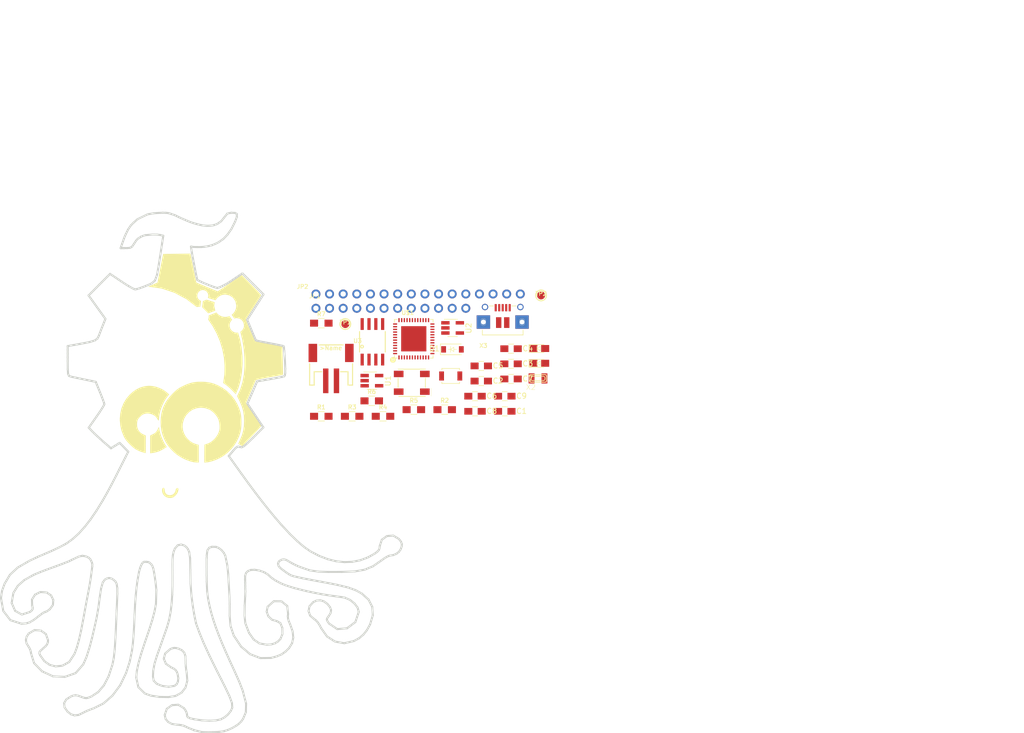
<source format=kicad_pcb>
(kicad_pcb (version 20190421) (host pcbnew "6.0.0-unknown-ee095a6~86~ubuntu18.04.1")
  (title_block (title "Project Title"))
  (layers (0 "F.Cu" signal) (31 "B.Cu" signal) (34 "B.Paste" user) (35 "F.Paste" user) (36 "B.SilkS" user) (37 "F.SilkS" user) (38 "B.Mask" user) (39 "F.Mask" user) (44 "Edge.Cuts" user))
  (net 0 "")
  (net 1 "GND")
  (net 2 "VBUS")
  (net 3 "Net-(C2-Pad1)")
  (net 4 "+3V3")
  (net 5 "/AREF")
  (net 6 "Net-(C7-Pad1)")
  (net 7 "Net-(C8-Pad1)")
  (net 8 "VBAT")
  (net 9 "Net-(CHG1-Pad1)")
  (net 10 "/SDA")
  (net 11 "/SCL")
  (net 12 "/D5")
  (net 13 "/D6")
  (net 14 "/D9")
  (net 15 "/D10")
  (net 16 "/D11")
  (net 17 "/D12")
  (net 18 "/D13")
  (net 19 "/EN")
  (net 20 "/~RESET")
  (net 21 "/A0")
  (net 22 "/A1")
  (net 23 "/A2")
  (net 24 "/A3")
  (net 25 "/A4")
  (net 26 "/A5")
  (net 27 "/SCK")
  (net 28 "/MOSI")
  (net 29 "/MISO")
  (net 30 "/D0")
  (net 31 "/D1")
  (net 32 "Net-(L1-Pad2)")
  (net 33 "Net-(LED1-Pad3)")
  (net 34 "/D8_NEOPIX")
  (net 35 "Net-(R1-Pad2)")
  (net 36 "/FLASH_CS")
  (net 37 "Net-(R3-Pad2)")
  (net 38 "Net-(R4-Pad1)")
  (net 39 "/SWCLK")
  (net 40 "/SWDIO")
  (net 41 "Net-(U1-Pad4)")
  (net 42 "/D4_FLASHMOSI")
  (net 43 "/D3_FLASHSCK")
  (net 44 "/D2_FLASHMISO")
  (net 45 "/RXLED")
  (net 46 "Net-(U$1-Pad41)")
  (net 47 "/TXLED")
  (net 48 "Net-(U$1-Pad38)")
  (net 49 "Net-(U$1-Pad37)")
  (net 50 "/D+")
  (net 51 "/D-")
  (net 52 "/D7")
  (net 53 "Net-(X3-PadID)")
  (module "Oshwi_M0:oshwi_M0_All" (layer "F.Cu") (at 101.3968 98.2472)
    (fp_text reference "svg2mod" hide)
    (fp_text value "G***" hide)
    (fp_line (start 0.523717 48.491193) (end 0.523657 48.491532) (layer "Edge.Cuts") (width 0.375))
    (fp_line (start 0.52376 48.49108) (end 0.523717 48.491193) (layer "Edge.Cuts") (width 0.375))
    (fp_line (start 0.523802 48.490995) (end 0.52376 48.49108) (layer "Edge.Cuts") (width 0.375))
    (fp_line (start 0.523844 48.490911) (end 0.523802 48.490995) (layer "Edge.Cuts") (width 0.375))
    (fp_line (start 1.051552 48.628268) (end 0.523844 48.490911) (layer "Edge.Cuts") (width 0.375))
    (fp_line (start 1.966274 48.835843) (end 1.051552 48.628268) (layer "Edge.Cuts") (width 0.375))
    (fp_line (start 2.854636 48.886756) (end 1.966274 48.835843) (layer "Edge.Cuts") (width 0.375))
    (fp_line (start 3.991424 48.871798) (end 2.854636 48.886756) (layer "Edge.Cuts") (width 0.375))
    (fp_line (start 5.198943 48.805984) (end 3.991424 48.871798) (layer "Edge.Cuts") (width 0.375))
    (fp_line (start 6.082572 48.67825) (end 5.198943 48.805984) (layer "Edge.Cuts") (width 0.375))
    (fp_line (start 6.835979 48.446066) (end 6.082572 48.67825) (layer "Edge.Cuts") (width 0.375))
    (fp_line (start 7.652834 48.066787) (end 6.835979 48.446066) (layer "Edge.Cuts") (width 0.375))
    (fp_line (start 8.336328 47.679183) (end 7.652834 48.066787) (layer "Edge.Cuts") (width 0.375))
    (fp_line (start 8.878158 47.281758) (end 8.336328 47.679183) (layer "Edge.Cuts") (width 0.375))
    (fp_line (start 9.305079 46.851736) (end 8.878158 47.281758) (layer "Edge.Cuts") (width 0.375))
    (fp_line (start 9.643855 46.366201) (end 9.305079 46.851736) (layer "Edge.Cuts") (width 0.375))
    (fp_line (start 10.154376 45.152419) (end 9.643855 46.366201) (layer "Edge.Cuts") (width 0.375))
    (fp_line (start 10.200211 43.537036) (end 10.154376 45.152419) (layer "Edge.Cuts") (width 0.375))
    (fp_line (start 9.564661 41.107385) (end 10.200211 43.537036) (layer "Edge.Cuts") (width 0.375))
    (fp_line (start 8.923643 39.458293) (end 9.564661 41.107385) (layer "Edge.Cuts") (width 0.375))
    (fp_line (start 8.031012 37.450913) (end 8.923643 39.458293) (layer "Edge.Cuts") (width 0.375))
    (fp_line (start 7.18522 35.618119) (end 8.031012 37.450913) (layer "Edge.Cuts") (width 0.375))
    (fp_line (start 6.413912 33.898351) (end 7.18522 35.618119) (layer "Edge.Cuts") (width 0.375))
    (fp_line (start 5.717221 32.278062) (end 6.413912 33.898351) (layer "Edge.Cuts") (width 0.375))
    (fp_line (start 5.095283 30.743682) (end 5.717221 32.278062) (layer "Edge.Cuts") (width 0.375))
    (fp_line (start 4.548225 29.281648) (end 5.095283 30.743682) (layer "Edge.Cuts") (width 0.375))
    (fp_line (start 4.076187 27.878395) (end 4.548225 29.281648) (layer "Edge.Cuts") (width 0.375))
    (fp_line (start 3.679298 26.520358) (end 4.076187 27.878395) (layer "Edge.Cuts") (width 0.375))
    (fp_line (start 3.357694 25.193974) (end 3.679298 26.520358) (layer "Edge.Cuts") (width 0.375))
    (fp_line (start 3.095315 23.870309) (end 3.357694 25.193974) (layer "Edge.Cuts") (width 0.375))
    (fp_line (start 2.937629 22.569431) (end 3.095315 23.870309) (layer "Edge.Cuts") (width 0.375))
    (fp_line (start 2.859301 20.805802) (end 2.937629 22.569431) (layer "Edge.Cuts") (width 0.375))
    (fp_line (start 2.842008 19.598722) (end 2.859301 20.805802) (layer "Edge.Cuts") (width 0.375))
    (fp_line (start 2.835002 18.093878) (end 2.842008 19.598722) (layer "Edge.Cuts") (width 0.375))
    (fp_line (start 2.836131 16.71045) (end 2.835002 18.093878) (layer "Edge.Cuts") (width 0.375))
    (fp_line (start 2.844738 16.413118) (end 2.836131 16.71045) (layer "Edge.Cuts") (width 0.375))
    (fp_line (start 2.857213 16.397708) (end 2.844738 16.413118) (layer "Edge.Cuts") (width 0.375))
    (fp_line (start 2.869997 15.860024) (end 2.857213 16.397708) (layer "Edge.Cuts") (width 0.375))
    (fp_line (start 2.989637 14.979367) (end 2.869997 15.860024) (layer "Edge.Cuts") (width 0.375))
    (fp_line (start 3.316292 14.494565) (end 2.989637 14.979367) (layer "Edge.Cuts") (width 0.375))
    (fp_line (start 3.838217 14.306893) (end 3.316292 14.494565) (layer "Edge.Cuts") (width 0.375))
    (fp_line (start 4.54366 14.317618) (end 3.838217 14.306893) (layer "Edge.Cuts") (width 0.375))
    (fp_line (start 5.082831 14.514309) (end 4.54366 14.317618) (layer "Edge.Cuts") (width 0.375))
    (fp_line (start 5.620687 14.932679) (end 5.082831 14.514309) (layer "Edge.Cuts") (width 0.375))
    (fp_line (start 6.065546 15.463485) (end 5.620687 14.932679) (layer "Edge.Cuts") (width 0.375))
    (fp_line (start 6.325724 15.997495) (end 6.065546 15.463485) (layer "Edge.Cuts") (width 0.375))
    (fp_line (start 6.693578 17.756834) (end 6.325724 15.997495) (layer "Edge.Cuts") (width 0.375))
    (fp_line (start 6.868804 19.407924) (end 6.693578 17.756834) (layer "Edge.Cuts") (width 0.375))
    (fp_line (start 6.94777 20.924598) (end 6.868804 19.407924) (layer "Edge.Cuts") (width 0.375))
    (fp_line (start 7.026848 22.280684) (end 6.94777 20.924598) (layer "Edge.Cuts") (width 0.375))
    (fp_line (start 7.115824 23.709647) (end 7.026848 22.280684) (layer "Edge.Cuts") (width 0.375))
    (fp_line (start 7.139892 24.980995) (end 7.115824 23.709647) (layer "Edge.Cuts") (width 0.375))
    (fp_line (start 7.134784 27.162288) (end 7.139892 24.980995) (layer "Edge.Cuts") (width 0.375))
    (fp_line (start 7.294386 29.047453) (end 7.134784 27.162288) (layer "Edge.Cuts") (width 0.375))
    (fp_line (start 7.901607 30.859382) (end 7.294386 29.047453) (layer "Edge.Cuts") (width 0.375))
    (fp_line (start 9.268254 32.907073) (end 7.901607 30.859382) (layer "Edge.Cuts") (width 0.375))
    (fp_line (start 10.954594 34.327851) (end 9.268254 32.907073) (layer "Edge.Cuts") (width 0.375))
    (fp_line (start 12.851065 35.056012) (end 10.954594 34.327851) (layer "Edge.Cuts") (width 0.375))
    (fp_line (start 14.848112 35.025843) (end 12.851065 35.056012) (layer "Edge.Cuts") (width 0.375))
    (fp_line (start 15.933237 34.737524) (end 14.848112 35.025843) (layer "Edge.Cuts") (width 0.375))
    (fp_line (start 16.797334 34.365697) (end 15.933237 34.737524) (layer "Edge.Cuts") (width 0.375))
    (fp_line (start 17.528673 33.861936) (end 16.797334 34.365697) (layer "Edge.Cuts") (width 0.375))
    (fp_line (start 18.215531 33.177804) (end 17.528673 33.861936) (layer "Edge.Cuts") (width 0.375))
    (fp_line (start 18.7752 32.277444) (end 18.215531 33.177804) (layer "Edge.Cuts") (width 0.375))
    (fp_line (start 18.994826 31.24091) (end 18.7752 32.277444) (layer "Edge.Cuts") (width 0.375))
    (fp_line (start 18.874241 30.071999) (end 18.994826 31.24091) (layer "Edge.Cuts") (width 0.375))
    (fp_line (start 18.413284 28.774519) (end 18.874241 30.071999) (layer "Edge.Cuts") (width 0.375))
    (fp_line (start 18.159234 28.168506) (end 18.413284 28.774519) (layer "Edge.Cuts") (width 0.375))
    (fp_line (start 18.016119 27.670951) (end 18.159234 28.168506) (layer "Edge.Cuts") (width 0.375))
    (fp_line (start 17.976805 27.24582) (end 18.016119 27.670951) (layer "Edge.Cuts") (width 0.375))
    (fp_line (start 18.034175 26.857078) (end 17.976805 27.24582) (layer "Edge.Cuts") (width 0.375))
    (fp_line (start 17.865149 25.338644) (end 18.034175 26.857078) (layer "Edge.Cuts") (width 0.375))
    (fp_line (start 16.785477 24.468358) (end 17.865149 25.338644) (layer "Edge.Cuts") (width 0.375))
    (fp_line (start 15.37372 24.452102) (end 16.785477 24.468358) (layer "Edge.Cuts") (width 0.375))
    (fp_line (start 14.208427 25.495737) (end 15.37372 24.452102) (layer "Edge.Cuts") (width 0.375))
    (fp_line (start 14.039483 26.398301) (end 14.208427 25.495737) (layer "Edge.Cuts") (width 0.375))
    (fp_line (start 14.349163 27.261379) (end 14.039483 26.398301) (layer "Edge.Cuts") (width 0.375))
    (fp_line (start 15.022647 27.908579) (end 14.349163 27.261379) (layer "Edge.Cuts") (width 0.375))
    (fp_line (start 15.94511 28.16351) (end 15.022647 27.908579) (layer "Edge.Cuts") (width 0.375))
    (fp_line (start 16.588819 28.542521) (end 15.94511 28.16351) (layer "Edge.Cuts") (width 0.375))
    (fp_line (start 16.956501 29.451872) (end 16.588819 28.542521) (layer "Edge.Cuts") (width 0.375))
    (fp_line (start 16.981365 30.550035) (end 16.956501 29.451872) (layer "Edge.Cuts") (width 0.375))
    (fp_line (start 16.59664 31.495485) (end 16.981365 30.550035) (layer "Edge.Cuts") (width 0.375))
    (fp_line (start 16.107557 31.982361) (end 16.59664 31.495485) (layer "Edge.Cuts") (width 0.375))
    (fp_line (start 15.541363 32.313571) (end 16.107557 31.982361) (layer "Edge.Cuts") (width 0.375))
    (fp_line (start 14.866615 32.502341) (end 15.541363 32.313571) (layer "Edge.Cuts") (width 0.375))
    (fp_line (start 14.05187 32.561902) (end 14.866615 32.502341) (layer "Edge.Cuts") (width 0.375))
    (fp_line (start 12.709198 32.325535) (end 14.05187 32.561902) (layer "Edge.Cuts") (width 0.375))
    (fp_line (start 11.616312 31.598138) (end 12.709198 32.325535) (layer "Edge.Cuts") (width 0.375))
    (fp_line (start 10.74201 30.348441) (end 11.616312 31.598138) (layer "Edge.Cuts") (width 0.375))
    (fp_line (start 10.055095 28.545157) (end 10.74201 30.348441) (layer "Edge.Cuts") (width 0.375))
    (fp_line (start 9.908854 27.138194) (end 10.055095 28.545157) (layer "Edge.Cuts") (width 0.375))
    (fp_line (start 9.940663 25.248375) (end 9.908854 27.138194) (layer "Edge.Cuts") (width 0.375))
    (fp_line (start 10.033356 23.522171) (end 9.940663 25.248375) (layer "Edge.Cuts") (width 0.375))
    (fp_line (start 10.069771 22.606058) (end 10.033356 23.522171) (layer "Edge.Cuts") (width 0.375))
    (fp_line (start 10.047391 22.172692) (end 10.069771 22.606058) (layer "Edge.Cuts") (width 0.375))
    (fp_line (start 10.041972 21.619991) (end 10.047391 22.172692) (layer "Edge.Cuts") (width 0.375))
    (fp_line (start 10.036836 21.019495) (end 10.041972 21.619991) (layer "Edge.Cuts") (width 0.375))
    (fp_line (start 10.015274 20.442757) (end 10.036836 21.019495) (layer "Edge.Cuts") (width 0.375))
    (fp_line (start 10.024503 19.718445) (end 10.015274 20.442757) (layer "Edge.Cuts") (width 0.375))
    (fp_line (start 10.184065 19.195075) (end 10.024503 19.718445) (layer "Edge.Cuts") (width 0.375))
    (fp_line (start 10.52799 18.839963) (end 10.184065 19.195075) (layer "Edge.Cuts") (width 0.375))
    (fp_line (start 11.090309 18.620431) (end 10.52799 18.839963) (layer "Edge.Cuts") (width 0.375))
    (fp_line (start 11.801281 18.58841) (end 11.090309 18.620431) (layer "Edge.Cuts") (width 0.375))
    (fp_line (start 12.695682 18.741344) (end 11.801281 18.58841) (layer "Edge.Cuts") (width 0.375))
    (fp_line (start 13.589291 19.054136) (end 12.695682 18.741344) (layer "Edge.Cuts") (width 0.375))
    (fp_line (start 14.297878 19.50169) (end 13.589291 19.054136) (layer "Edge.Cuts") (width 0.375))
    (fp_line (start 14.621982 19.804624) (end 14.297878 19.50169) (layer "Edge.Cuts") (width 0.375))
    (fp_line (start 15.057244 20.168488) (end 14.621982 19.804624) (layer "Edge.Cuts") (width 0.375))
    (fp_line (start 15.703844 20.603096) (end 15.057244 20.168488) (layer "Edge.Cuts") (width 0.375))
    (fp_line (start 16.661968 21.118264) (end 15.703844 20.603096) (layer "Edge.Cuts") (width 0.375))
    (fp_line (start 17.658202 21.522542) (end 16.661968 21.118264) (layer "Edge.Cuts") (width 0.375))
    (fp_line (start 19.241829 22.016276) (end 17.658202 21.522542) (layer "Edge.Cuts") (width 0.375))
    (fp_line (start 21.460494 22.570408) (end 19.241829 22.016276) (layer "Edge.Cuts") (width 0.375))
    (fp_line (start 22.822852 22.861045) (end 21.460494 22.570408) (layer "Edge.Cuts") (width 0.375))
    (fp_line (start 24.361837 23.155886) (end 22.822852 22.861045) (layer "Edge.Cuts") (width 0.375))
    (fp_line (start 25.711616 23.37333) (end 24.361837 23.155886) (layer "Edge.Cuts") (width 0.375))
    (fp_line (start 26.968422 23.544266) (end 25.711616 23.37333) (layer "Edge.Cuts") (width 0.375))
    (fp_line (start 27.987512 23.680642) (end 26.968422 23.544266) (layer "Edge.Cuts") (width 0.375))
    (fp_line (start 28.624155 23.794397) (end 27.987512 23.680642) (layer "Edge.Cuts") (width 0.375))
    (fp_line (start 29.58307 24.21648) (end 28.624155 23.794397) (layer "Edge.Cuts") (width 0.375))
    (fp_line (start 30.408564 24.875751) (end 29.58307 24.21648) (layer "Edge.Cuts") (width 0.375))
    (fp_line (start 30.987114 25.655842) (end 30.408564 24.875751) (layer "Edge.Cuts") (width 0.375))
    (fp_line (start 31.20519 26.440369) (end 30.987114 25.655842) (layer "Edge.Cuts") (width 0.375))
    (fp_line (start 30.563817 28.340867) (end 31.20519 26.440369) (layer "Edge.Cuts") (width 0.375))
    (fp_line (start 29.032601 29.490263) (end 30.563817 28.340867) (layer "Edge.Cuts") (width 0.375))
    (fp_line (start 27.200897 29.657773) (end 29.032601 29.490263) (layer "Edge.Cuts") (width 0.375))
    (fp_line (start 25.658056 28.612605) (end 27.200897 29.657773) (layer "Edge.Cuts") (width 0.375))
    (fp_line (start 25.356699 28.158157) (end 25.658056 28.612605) (layer "Edge.Cuts") (width 0.375))
    (fp_line (start 25.249818 27.861908) (end 25.356699 28.158157) (layer "Edge.Cuts") (width 0.375))
    (fp_line (start 25.331781 27.596836) (end 25.249818 27.861908) (layer "Edge.Cuts") (width 0.375))
    (fp_line (start 25.596955 27.235919) (end 25.331781 27.596836) (layer "Edge.Cuts") (width 0.375))
    (fp_line (start 25.954922 26.645561) (end 25.596955 27.235919) (layer "Edge.Cuts") (width 0.375))
    (fp_line (start 26.037614 26.100641) (end 25.954922 26.645561) (layer "Edge.Cuts") (width 0.375))
    (fp_line (start 25.840301 25.55624) (end 26.037614 26.100641) (layer "Edge.Cuts") (width 0.375))
    (fp_line (start 25.358251 24.967437) (end 25.840301 25.55624) (layer "Edge.Cuts") (width 0.375))
    (fp_line (start 24.720799 24.488585) (end 25.358251 24.967437) (layer "Edge.Cuts") (width 0.375))
    (fp_line (start 24.045367 24.272905) (end 24.720799 24.488585) (layer "Edge.Cuts") (width 0.375))
    (fp_line (start 23.359302 24.323705) (end 24.045367 24.272905) (layer "Edge.Cuts") (width 0.375))
    (fp_line (start 22.689953 24.644292) (end 23.359302 24.323705) (layer "Edge.Cuts") (width 0.375))
    (fp_line (start 22.016111 25.405663) (end 22.689953 24.644292) (layer "Edge.Cuts") (width 0.375))
    (fp_line (start 21.837975 26.2903) (end 22.016111 25.405663) (layer "Edge.Cuts") (width 0.375))
    (fp_line (start 22.144158 27.143689) (end 21.837975 26.2903) (layer "Edge.Cuts") (width 0.375))
    (fp_line (start 22.923266 27.811314) (end 22.144158 27.143689) (layer "Edge.Cuts") (width 0.375))
    (fp_line (start 23.244051 28.046964) (end 22.923266 27.811314) (layer "Edge.Cuts") (width 0.375))
    (fp_line (start 23.57402 28.418484) (end 23.244051 28.046964) (layer "Edge.Cuts") (width 0.375))
    (fp_line (start 23.897356 28.905095) (end 23.57402 28.418484) (layer "Edge.Cuts") (width 0.375))
    (fp_line (start 24.198233 29.486015) (end 23.897356 28.905095) (layer "Edge.Cuts") (width 0.375))
    (fp_line (start 25.284391 31.024442) (end 24.198233 29.486015) (layer "Edge.Cuts") (width 0.375))
    (fp_line (start 26.775608 31.978497) (end 25.284391 31.024442) (layer "Edge.Cuts") (width 0.375))
    (fp_line (start 28.505486 32.283159) (end 26.775608 31.978497) (layer "Edge.Cuts") (width 0.375))
    (fp_line (start 30.307639 31.873409) (end 28.505486 32.283159) (layer "Edge.Cuts") (width 0.375))
    (fp_line (start 31.260996 31.353217) (end 30.307639 31.873409) (layer "Edge.Cuts") (width 0.375))
    (fp_line (start 32.052342 30.691601) (end 31.260996 31.353217) (layer "Edge.Cuts") (width 0.375))
    (fp_line (start 32.722797 29.846167) (end 32.052342 30.691601) (layer "Edge.Cuts") (width 0.375))
    (fp_line (start 33.313474 28.774524) (end 32.722797 29.846167) (layer "Edge.Cuts") (width 0.375))
    (fp_line (start 33.821901 27.081177) (end 33.313474 28.774524) (layer "Edge.Cuts") (width 0.375))
    (fp_line (start 33.719423 25.51803) (end 33.821901 27.081177) (layer "Edge.Cuts") (width 0.375))
    (fp_line (start 33.021524 24.141954) (end 33.719423 25.51803) (layer "Edge.Cuts") (width 0.375))
    (fp_line (start 31.743698 23.009822) (end 33.021524 24.141954) (layer "Edge.Cuts") (width 0.375))
    (fp_line (start 30.611236 22.393232) (end 31.743698 23.009822) (layer "Edge.Cuts") (width 0.375))
    (fp_line (start 29.206345 21.891677) (end 30.611236 22.393232) (layer "Edge.Cuts") (width 0.375))
    (fp_line (start 27.163562 21.399866) (end 29.206345 21.891677) (layer "Edge.Cuts") (width 0.375))
    (fp_line (start 25.788757 21.124707) (end 27.163562 21.399866) (layer "Edge.Cuts") (width 0.375))
    (fp_line (start 24.117433 20.812496) (end 25.788757 21.124707) (layer "Edge.Cuts") (width 0.375))
    (fp_line (start 22.208232 20.458231) (end 24.117433 20.812496) (layer "Edge.Cuts") (width 0.375))
    (fp_line (start 20.79671 20.184174) (end 22.208232 20.458231) (layer "Edge.Cuts") (width 0.375))
    (fp_line (start 19.13934 19.819382) (end 20.79671 20.184174) (layer "Edge.Cuts") (width 0.375))
    (fp_line (start 18.490608 19.603535) (end 19.13934 19.819382) (layer "Edge.Cuts") (width 0.375))
    (fp_line (start 18.19579 19.422041) (end 18.490608 19.603535) (layer "Edge.Cuts") (width 0.375))
    (fp_line (start 17.875643 19.218327) (end 18.19579 19.422041) (layer "Edge.Cuts") (width 0.375))
    (fp_line (start 17.567958 19.006604) (end 17.875643 19.218327) (layer "Edge.Cuts") (width 0.375))
    (fp_line (start 17.300956 18.813037) (end 17.567958 19.006604) (layer "Edge.Cuts") (width 0.375))
    (fp_line (start 17.102856 18.663786) (end 17.300956 18.813037) (layer "Edge.Cuts") (width 0.375))
    (fp_line (start 16.791125 18.429866) (end 17.102856 18.663786) (layer "Edge.Cuts") (width 0.375))
    (fp_line (start 16.47212 18.153114) (end 16.791125 18.429866) (layer "Edge.Cuts") (width 0.375))
    (fp_line (start 16.234083 17.82943) (end 16.47212 18.153114) (layer "Edge.Cuts") (width 0.375))
    (fp_line (start 16.165257 17.454721) (end 16.234083 17.82943) (layer "Edge.Cuts") (width 0.375))
    (fp_line (start 16.211926 17.250403) (end 16.165257 17.454721) (layer "Edge.Cuts") (width 0.375))
    (fp_line (start 16.297255 17.087716) (end 16.211926 17.250403) (layer "Edge.Cuts") (width 0.375))
    (fp_line (start 16.416071 16.959291) (end 16.297255 17.087716) (layer "Edge.Cuts") (width 0.375))
    (fp_line (start 16.563191 16.857756) (end 16.416071 16.959291) (layer "Edge.Cuts") (width 0.375))
    (fp_line (start 16.750267 16.754367) (end 16.563191 16.857756) (layer "Edge.Cuts") (width 0.375))
    (fp_line (start 17.011777 16.660567) (end 16.750267 16.754367) (layer "Edge.Cuts") (width 0.375))
    (fp_line (start 17.34233 16.648827) (end 17.011777 16.660567) (layer "Edge.Cuts") (width 0.375))
    (fp_line (start 17.73653 16.79162) (end 17.34233 16.648827) (layer "Edge.Cuts") (width 0.375))
    (fp_line (start 18.069882 16.981759) (end 17.73653 16.79162) (layer "Edge.Cuts") (width 0.375))
    (fp_line (start 18.365566 17.148614) (end 18.069882 16.981759) (layer "Edge.Cuts") (width 0.375))
    (fp_line (start 18.663985 17.318328) (end 18.365566 17.148614) (layer "Edge.Cuts") (width 0.375))
    (fp_line (start 19.005542 17.517047) (end 18.663985 17.318328) (layer "Edge.Cuts") (width 0.375))
    (fp_line (start 19.474056 17.752491) (end 19.005542 17.517047) (layer "Edge.Cuts") (width 0.375))
    (fp_line (start 19.992868 17.968783) (end 19.474056 17.752491) (layer "Edge.Cuts") (width 0.375))
    (fp_line (start 20.413232 18.127062) (end 19.992868 17.968783) (layer "Edge.Cuts") (width 0.375))
    (fp_line (start 20.58641 18.188456) (end 20.413232 18.127062) (layer "Edge.Cuts") (width 0.375))
    (fp_line (start 22.065985 18.700616) (end 20.58641 18.188456) (layer "Edge.Cuts") (width 0.375))
    (fp_line (start 23.654842 18.935462) (end 22.065985 18.700616) (layer "Edge.Cuts") (width 0.375))
    (fp_line (start 25.569858 18.99726) (end 23.654842 18.935462) (layer "Edge.Cuts") (width 0.375))
    (fp_line (start 28.027904 18.990261) (end 25.569858 18.99726) (layer "Edge.Cuts") (width 0.375))
    (fp_line (start 30.478863 18.896763) (end 28.027904 18.990261) (layer "Edge.Cuts") (width 0.375))
    (fp_line (start 32.32012 18.573766) (end 30.478863 18.896763) (layer "Edge.Cuts") (width 0.375))
    (fp_line (start 33.846646 17.937225) (end 32.32012 18.573766) (layer "Edge.Cuts") (width 0.375))
    (fp_line (start 35.353405 16.903092) (end 33.846646 17.937225) (layer "Edge.Cuts") (width 0.375))
    (fp_line (start 35.863132 16.530392) (end 35.353405 16.903092) (layer "Edge.Cuts") (width 0.375))
    (fp_line (start 36.353335 16.225183) (end 35.863132 16.530392) (layer "Edge.Cuts") (width 0.375))
    (fp_line (start 36.768275 16.01896) (end 36.353335 16.225183) (layer "Edge.Cuts") (width 0.375))
    (fp_line (start 37.052213 15.94322) (end 36.768275 16.01896) (layer "Edge.Cuts") (width 0.375))
    (fp_line (start 37.651645 15.854583) (end 37.052213 15.94322) (layer "Edge.Cuts") (width 0.375))
    (fp_line (start 38.215852 15.611999) (end 37.651645 15.854583) (layer "Edge.Cuts") (width 0.375))
    (fp_line (start 38.684993 15.250458) (end 38.215852 15.611999) (layer "Edge.Cuts") (width 0.375))
    (fp_line (start 38.999208 14.804945) (end 38.684993 15.250458) (layer "Edge.Cuts") (width 0.375))
    (fp_line (start 39.20827 14.241708) (end 38.999208 14.804945) (layer "Edge.Cuts") (width 0.375))
    (fp_line (start 39.235984 13.787901) (end 39.20827 14.241708) (layer "Edge.Cuts") (width 0.375))
    (fp_line (start 39.06831 13.354605) (end 39.235984 13.787901) (layer "Edge.Cuts") (width 0.375))
    (fp_line (start 38.691225 12.852895) (end 39.06831 13.354605) (layer "Edge.Cuts") (width 0.375))
    (fp_line (start 37.630707 12.216916) (end 38.691225 12.852895) (layer "Edge.Cuts") (width 0.375))
    (fp_line (start 36.457368 12.302173) (end 37.630707 12.216916) (layer "Edge.Cuts") (width 0.375))
    (fp_line (start 35.507069 12.986897) (end 36.457368 12.302173) (layer "Edge.Cuts") (width 0.375))
    (fp_line (start 35.115667 14.149314) (end 35.507069 12.986897) (layer "Edge.Cuts") (width 0.375))
    (fp_line (start 35.078024 14.582057) (end 35.115667 14.149314) (layer "Edge.Cuts") (width 0.375))
    (fp_line (start 34.93757 14.921954) (end 35.078024 14.582057) (layer "Edge.Cuts") (width 0.375))
    (fp_line (start 34.653022 15.23215) (end 34.93757 14.921954) (layer "Edge.Cuts") (width 0.375))
    (fp_line (start 34.183091 15.575807) (end 34.653022 15.23215) (layer "Edge.Cuts") (width 0.375))
    (fp_line (start 32.865433 16.309535) (end 34.183091 15.575807) (layer "Edge.Cuts") (width 0.375))
    (fp_line (start 31.476465 16.818795) (end 32.865433 16.309535) (layer "Edge.Cuts") (width 0.375))
    (fp_line (start 30.026665 17.103937) (end 31.476465 16.818795) (layer "Edge.Cuts") (width 0.375))
    (fp_line (start 28.526514 17.165305) (end 30.026665 17.103937) (layer "Edge.Cuts") (width 0.375))
    (fp_line (start 26.986492 17.003246) (end 28.526514 17.165305) (layer "Edge.Cuts") (width 0.375))
    (fp_line (start 25.41708 16.618107) (end 26.986492 17.003246) (layer "Edge.Cuts") (width 0.375))
    (fp_line (start 23.828754 16.010238) (end 25.41708 16.618107) (layer "Edge.Cuts") (width 0.375))
    (fp_line (start 22.231996 15.179984) (end 23.828754 16.010238) (layer "Edge.Cuts") (width 0.375))
    (fp_line (start 21.07448 14.387231) (end 22.231996 15.179984) (layer "Edge.Cuts") (width 0.375))
    (fp_line (start 19.777614 13.292349) (end 21.07448 14.387231) (layer "Edge.Cuts") (width 0.375))
    (fp_line (start 18.345135 11.899532) (end 19.777614 13.292349) (layer "Edge.Cuts") (width 0.375))
    (fp_line (start 16.78077 10.212975) (end 18.345135 11.899532) (layer "Edge.Cuts") (width 0.375))
    (fp_line (start 15.66643 8.927485) (end 16.78077 10.212975) (layer "Edge.Cuts") (width 0.375))
    (fp_line (start 14.496239 7.514549) (end 15.66643 8.927485) (layer "Edge.Cuts") (width 0.375))
    (fp_line (start 13.2713 5.975411) (end 14.496239 7.514549) (layer "Edge.Cuts") (width 0.375))
    (fp_line (start 11.992716 4.311316) (end 13.2713 5.975411) (layer "Edge.Cuts") (width 0.375))
    (fp_line (start 10.661595 2.523505) (end 11.992716 4.311316) (layer "Edge.Cuts") (width 0.375))
    (fp_line (start 9.279041 0.61322) (end 10.661595 2.523505) (layer "Edge.Cuts") (width 0.375))
    (fp_line (start 8.701925 -0.19476) (end 9.279041 0.61322) (layer "Edge.Cuts") (width 0.375))
    (fp_line (start 8.124808 -1.002743) (end 8.701925 -0.19476) (layer "Edge.Cuts") (width 0.375))
    (fp_line (start 7.547692 -1.810722) (end 8.124808 -1.002743) (layer "Edge.Cuts") (width 0.375))
    (fp_line (start 6.970576 -2.618702) (end 7.547692 -1.810722) (layer "Edge.Cuts") (width 0.375))
    (fp_line (start 7.172656 -2.859398) (end 6.970576 -2.618702) (layer "Edge.Cuts") (width 0.375))
    (fp_line (start 7.374732 -3.100091) (end 7.172656 -2.859398) (layer "Edge.Cuts") (width 0.375))
    (fp_line (start 7.576812 -3.340787) (end 7.374732 -3.100091) (layer "Edge.Cuts") (width 0.375))
    (fp_line (start 7.778889 -3.58148) (end 7.576812 -3.340787) (layer "Edge.Cuts") (width 0.375))
    (fp_line (start 8.208064 -4.061476) (end 7.778889 -3.58148) (layer "Edge.Cuts") (width 0.375))
    (fp_line (start 8.523224 -4.317835) (end 8.208064 -4.061476) (layer "Edge.Cuts") (width 0.375))
    (fp_line (start 8.784779 -4.384369) (end 8.523224 -4.317835) (layer "Edge.Cuts") (width 0.375))
    (fp_line (start 9.053122 -4.294899) (end 8.784779 -4.384369) (layer "Edge.Cuts") (width 0.375))
    (fp_line (start 9.364416 -4.237181) (end 9.053122 -4.294899) (layer "Edge.Cuts") (width 0.375))
    (fp_line (start 9.786654 -4.442117) (end 9.364416 -4.237181) (layer "Edge.Cuts") (width 0.375))
    (fp_line (start 10.446078 -4.998561) (end 9.786654 -4.442117) (layer "Edge.Cuts") (width 0.375))
    (fp_line (start 11.468916 -5.995381) (end 10.446078 -4.998561) (layer "Edge.Cuts") (width 0.375))
    (fp_line (start 11.95637 -6.482841) (end 11.468916 -5.995381) (layer "Edge.Cuts") (width 0.375))
    (fp_line (start 12.443824 -6.970303) (end 11.95637 -6.482841) (layer "Edge.Cuts") (width 0.375))
    (fp_line (start 12.931279 -7.457763) (end 12.443824 -6.970303) (layer "Edge.Cuts") (width 0.375))
    (fp_line (start 13.418733 -7.945223) (end 12.931279 -7.457763) (layer "Edge.Cuts") (width 0.375))
    (fp_line (start 13.046998 -8.498077) (end 13.418733 -7.945223) (layer "Edge.Cuts") (width 0.375))
    (fp_line (start 12.675261 -9.05093) (end 13.046998 -8.498077) (layer "Edge.Cuts") (width 0.375))
    (fp_line (start 12.303526 -9.603781) (end 12.675261 -9.05093) (layer "Edge.Cuts") (width 0.375))
    (fp_line (start 11.931789 -10.156635) (end 12.303526 -9.603781) (layer "Edge.Cuts") (width 0.375))
    (fp_line (start 11.560054 -10.709488) (end 11.931789 -10.156635) (layer "Edge.Cuts") (width 0.375))
    (fp_line (start 11.188316 -11.262342) (end 11.560054 -10.709488) (layer "Edge.Cuts") (width 0.375))
    (fp_line (start 10.816582 -11.815193) (end 11.188316 -11.262342) (layer "Edge.Cuts") (width 0.375))
    (fp_line (start 10.444844 -12.368046) (end 10.816582 -11.815193) (layer "Edge.Cuts") (width 0.375))
    (fp_line (start 10.672211 -12.888712) (end 10.444844 -12.368046) (layer "Edge.Cuts") (width 0.375))
    (fp_line (start 10.899575 -13.409378) (end 10.672211 -12.888712) (layer "Edge.Cuts") (width 0.375))
    (fp_line (start 11.126942 -13.930042) (end 10.899575 -13.409378) (layer "Edge.Cuts") (width 0.375))
    (fp_line (start 11.354305 -14.450708) (end 11.126942 -13.930042) (layer "Edge.Cuts") (width 0.375))
    (fp_line (start 11.581664 -14.971374) (end 11.354305 -14.450708) (layer "Edge.Cuts") (width 0.375))
    (fp_line (start 11.809022 -15.49204) (end 11.581664 -14.971374) (layer "Edge.Cuts") (width 0.375))
    (fp_line (start 12.03638 -16.012706) (end 11.809022 -15.49204) (layer "Edge.Cuts") (width 0.375))
    (fp_line (start 12.263738 -16.533372) (end 12.03638 -16.012706) (layer "Edge.Cuts") (width 0.375))
    (fp_line (start 12.844199 -16.633621) (end 12.263738 -16.533372) (layer "Edge.Cuts") (width 0.375))
    (fp_line (start 13.424659 -16.733869) (end 12.844199 -16.633621) (layer "Edge.Cuts") (width 0.375))
    (fp_line (start 14.00512 -16.834117) (end 13.424659 -16.733869) (layer "Edge.Cuts") (width 0.375))
    (fp_line (start 14.585581 -16.934365) (end 14.00512 -16.834117) (layer "Edge.Cuts") (width 0.375))
    (fp_line (start 15.514089 -17.098647) (end 14.585581 -16.934365) (layer "Edge.Cuts") (width 0.375))
    (fp_line (start 16.325805 -17.249514) (end 15.514089 -17.098647) (layer "Edge.Cuts") (width 0.375))
    (fp_line (start 16.933328 -17.370246) (end 16.325805 -17.249514) (layer "Edge.Cuts") (width 0.375))
    (fp_line (start 17.24925 -17.444115) (end 16.933328 -17.370246) (layer "Edge.Cuts") (width 0.375))
    (fp_line (start 17.413597 -17.612508) (end 17.24925 -17.444115) (layer "Edge.Cuts") (width 0.375))
    (fp_line (start 17.496144 -18.061662) (end 17.413597 -17.612508) (layer "Edge.Cuts") (width 0.375))
    (fp_line (start 17.504978 -18.906054) (end 17.496144 -18.061662) (layer "Edge.Cuts") (width 0.375))
    (fp_line (start 17.448206 -20.260148) (end 17.504978 -18.906054) (layer "Edge.Cuts") (width 0.375))
    (fp_line (start 17.383949 -21.320135) (end 17.448206 -20.260148) (layer "Edge.Cuts") (width 0.375))
    (fp_line (start 17.314562 -22.20493) (end 17.383949 -21.320135) (layer "Edge.Cuts") (width 0.375))
    (fp_line (start 17.248398 -22.822043) (end 17.314562 -22.20493) (layer "Edge.Cuts") (width 0.375))
    (fp_line (start 17.193811 -23.078981) (end 17.248398 -22.822043) (layer "Edge.Cuts") (width 0.375))
    (fp_line (start 16.954602 -23.157481) (end 17.193811 -23.078981) (layer "Edge.Cuts") (width 0.375))
    (fp_line (start 16.385752 -23.288754) (end 16.954602 -23.157481) (layer "Edge.Cuts") (width 0.375))
    (fp_line (start 15.572385 -23.454506) (end 16.385752 -23.288754) (layer "Edge.Cuts") (width 0.375))
    (fp_line (start 14.599624 -23.636449) (end 15.572385 -23.454506) (layer "Edge.Cuts") (width 0.375))
    (fp_line (start 13.629217 -23.816659) (end 14.599624 -23.636449) (layer "Edge.Cuts") (width 0.375))
    (fp_line (start 12.822225 -23.977692) (end 13.629217 -23.816659) (layer "Edge.Cuts") (width 0.375))
    (fp_line (start 12.262801 -24.10198) (end 12.822225 -23.977692) (layer "Edge.Cuts") (width 0.375))
    (fp_line (start 12.035099 -24.17194) (end 12.262801 -24.10198) (layer "Edge.Cuts") (width 0.375))
    (fp_line (start 11.942163 -24.354391) (end 12.035099 -24.17194) (layer "Edge.Cuts") (width 0.375))
    (fp_line (start 11.74969 -24.784941) (end 11.942163 -24.354391) (layer "Edge.Cuts") (width 0.375))
    (fp_line (start 11.485784 -25.399245) (end 11.74969 -24.784941) (layer "Edge.Cuts") (width 0.375))
    (fp_line (start 11.178554 -26.132958) (end 11.485784 -25.399245) (layer "Edge.Cuts") (width 0.375))
    (fp_line (start 10.984908 -26.600818) (end 11.178554 -26.132958) (layer "Edge.Cuts") (width 0.375))
    (fp_line (start 10.791261 -27.068677) (end 10.984908 -26.600818) (layer "Edge.Cuts") (width 0.375))
    (fp_line (start 10.597614 -27.536537) (end 10.791261 -27.068677) (layer "Edge.Cuts") (width 0.375))
    (fp_line (start 10.403967 -28.004396) (end 10.597614 -27.536537) (layer "Edge.Cuts") (width 0.375))
    (fp_line (start 10.783339 -28.595926) (end 10.403967 -28.004396) (layer "Edge.Cuts") (width 0.375))
    (fp_line (start 11.162708 -29.187455) (end 10.783339 -28.595926) (layer "Edge.Cuts") (width 0.375))
    (fp_line (start 11.542079 -29.778987) (end 11.162708 -29.187455) (layer "Edge.Cuts") (width 0.375))
    (fp_line (start 11.921448 -30.370517) (end 11.542079 -29.778987) (layer "Edge.Cuts") (width 0.375))
    (fp_line (start 12.30082 -30.962046) (end 11.921448 -30.370517) (layer "Edge.Cuts") (width 0.375))
    (fp_line (start 12.680188 -31.553578) (end 12.30082 -30.962046) (layer "Edge.Cuts") (width 0.375))
    (fp_line (start 13.05956 -32.145107) (end 12.680188 -31.553578) (layer "Edge.Cuts") (width 0.375))
    (fp_line (start 13.438929 -32.736637) (end 13.05956 -32.145107) (layer "Edge.Cuts") (width 0.375))
    (fp_line (start 12.94861 -33.226955) (end 13.438929 -32.736637) (layer "Edge.Cuts") (width 0.375))
    (fp_line (start 12.458291 -33.717274) (end 12.94861 -33.226955) (layer "Edge.Cuts") (width 0.375))
    (fp_line (start 11.967972 -34.207596) (end 12.458291 -33.717274) (layer "Edge.Cuts") (width 0.375))
    (fp_line (start 11.477654 -34.697915) (end 11.967972 -34.207596) (layer "Edge.Cuts") (width 0.375))
    (fp_line (start 10.987335 -35.188233) (end 11.477654 -34.697915) (layer "Edge.Cuts") (width 0.375))
    (fp_line (start 10.497016 -35.678552) (end 10.987335 -35.188233) (layer "Edge.Cuts") (width 0.375))
    (fp_line (start 10.006697 -36.168874) (end 10.497016 -35.678552) (layer "Edge.Cuts") (width 0.375))
    (fp_line (start 9.516378 -36.659193) (end 10.006697 -36.168874) (layer "Edge.Cuts") (width 0.375))
    (fp_line (start 8.960895 -36.285686) (end 9.516378 -36.659193) (layer "Edge.Cuts") (width 0.375))
    (fp_line (start 8.405411 -35.912179) (end 8.960895 -36.285686) (layer "Edge.Cuts") (width 0.375))
    (fp_line (start 7.849927 -35.538674) (end 8.405411 -35.912179) (layer "Edge.Cuts") (width 0.375))
    (fp_line (start 7.294443 -35.165167) (end 7.849927 -35.538674) (layer "Edge.Cuts") (width 0.375))
    (fp_line (start 6.418123 -34.626408) (end 7.294443 -35.165167) (layer "Edge.Cuts") (width 0.375))
    (fp_line (start 5.668445 -34.242303) (end 6.418123 -34.626408) (layer "Edge.Cuts") (width 0.375))
    (fp_line (start 5.1147 -34.012273) (end 5.668445 -34.242303) (layer "Edge.Cuts") (width 0.375))
    (fp_line (start 4.826184 -33.935725) (end 5.1147 -34.012273) (layer "Edge.Cuts") (width 0.375))
    (fp_line (start 4.139732 -34.139741) (end 4.826184 -33.935725) (layer "Edge.Cuts") (width 0.375))
    (fp_line (start 2.925759 -34.604804) (end 4.139732 -34.139741) (layer "Edge.Cuts") (width 0.375))
    (fp_line (start 1.73131 -35.11043) (end 2.925759 -34.604804) (layer "Edge.Cuts") (width 0.375))
    (fp_line (start 1.103419 -35.43614) (end 1.73131 -35.11043) (layer "Edge.Cuts") (width 0.375))
    (fp_line (start 0.882814 -36.394502) (end 1.103419 -35.43614) (layer "Edge.Cuts") (width 0.375))
    (fp_line (start 0.480185 -38.445479) (end 0.882814 -36.394502) (layer "Edge.Cuts") (width 0.375))
    (fp_line (start 0.092725 -40.544475) (end 0.480185 -38.445479) (layer "Edge.Cuts") (width 0.375))
    (fp_line (start -0.082366 -41.646895) (end 0.092725 -40.544475) (layer "Edge.Cuts") (width 0.375))
    (fp_line (start 0.036308 -41.634477) (end -0.082366 -41.646895) (layer "Edge.Cuts") (width 0.375))
    (fp_line (start 0.470789 -41.57727) (end 0.036308 -41.634477) (layer "Edge.Cuts") (width 0.375))
    (fp_line (start 1.084453 -41.561805) (end 0.470789 -41.57727) (layer "Edge.Cuts") (width 0.375))
    (fp_line (start 1.820771 -41.564345) (end 1.084453 -41.561805) (layer "Edge.Cuts") (width 0.375))
    (fp_line (start 2.488227 -41.622928) (end 1.820771 -41.564345) (layer "Edge.Cuts") (width 0.375))
    (fp_line (start 3.205099 -41.745867) (end 2.488227 -41.622928) (layer "Edge.Cuts") (width 0.375))
    (fp_line (start 3.607972 -41.848472) (end 3.205099 -41.745867) (layer "Edge.Cuts") (width 0.375))
    (fp_line (start 3.847606 -41.916741) (end 3.607972 -41.848472) (layer "Edge.Cuts") (width 0.375))
    (fp_line (start 4.525504 -42.183752) (end 3.847606 -41.916741) (layer "Edge.Cuts") (width 0.375))
    (fp_line (start 5.089751 -42.472307) (end 4.525504 -42.183752) (layer "Edge.Cuts") (width 0.375))
    (fp_line (start 5.94717 -43.068665) (end 5.089751 -42.472307) (layer "Edge.Cuts") (width 0.375))
    (fp_line (start 6.740638 -43.894902) (end 5.94717 -43.068665) (layer "Edge.Cuts") (width 0.375))
    (fp_line (start 7.476928 -44.950752) (end 6.740638 -43.894902) (layer "Edge.Cuts") (width 0.375))
    (fp_line (start 8.153386 -46.308294) (end 7.476928 -44.950752) (layer "Edge.Cuts") (width 0.375))
    (fp_line (start 8.474696 -47.167791) (end 8.153386 -46.308294) (layer "Edge.Cuts") (width 0.375))
    (fp_line (start 8.457763 -47.741774) (end 8.474696 -47.167791) (layer "Edge.Cuts") (width 0.375))
    (fp_line (start 8.14396 -47.927812) (end 8.457763 -47.741774) (layer "Edge.Cuts") (width 0.375))
    (fp_line (start 7.432675 -47.960962) (end 8.14396 -47.927812) (layer "Edge.Cuts") (width 0.375))
    (fp_line (start 6.715323 -47.82155) (end 7.432675 -47.960962) (layer "Edge.Cuts") (width 0.375))
    (fp_line (start 6.071518 -47.01992) (end 6.715323 -47.82155) (layer "Edge.Cuts") (width 0.375))
    (fp_line (start 5.559566 -46.387534) (end 6.071518 -47.01992) (layer "Edge.Cuts") (width 0.375))
    (fp_line (start 4.871537 -45.902631) (end 5.559566 -46.387534) (layer "Edge.Cuts") (width 0.375))
    (fp_line (start 4.551074 -45.763617) (end 4.871537 -45.902631) (layer "Edge.Cuts") (width 0.375))
    (fp_line (start 4.236593 -45.666326) (end 4.551074 -45.763617) (layer "Edge.Cuts") (width 0.375))
    (fp_line (start 3.999752 -45.602993) (end 4.236593 -45.666326) (layer "Edge.Cuts") (width 0.375))
    (fp_line (start 3.800786 -45.572408) (end 3.999752 -45.602993) (layer "Edge.Cuts") (width 0.375))
    (fp_line (start 3.479391 -45.542538) (end 3.800786 -45.572408) (layer "Edge.Cuts") (width 0.375))
    (fp_line (start 3.078071 -45.525209) (end 3.479391 -45.542538) (layer "Edge.Cuts") (width 0.375))
    (fp_line (start 2.749593 -45.537825) (end 3.078071 -45.525209) (layer "Edge.Cuts") (width 0.375))
    (fp_line (start 2.430653 -45.564833) (end 2.749593 -45.537825) (layer "Edge.Cuts") (width 0.375))
    (fp_line (start 2.124753 -45.602578) (end 2.430653 -45.564833) (layer "Edge.Cuts") (width 0.375))
    (fp_line (start 1.894149 -45.638657) (end 2.124753 -45.602578) (layer "Edge.Cuts") (width 0.375))
    (fp_line (start 1.617345 -45.697427) (end 1.894149 -45.638657) (layer "Edge.Cuts") (width 0.375))
    (fp_line (start 1.247267 -45.78975) (end 1.617345 -45.697427) (layer "Edge.Cuts") (width 0.375))
    (fp_line (start 0.830595 -45.894528) (end 1.247267 -45.78975) (layer "Edge.Cuts") (width 0.375))
    (fp_line (start 0.396311 -46.021523) (end 0.830595 -45.894528) (layer "Edge.Cuts") (width 0.375))
    (fp_line (start -0.38076 -46.290483) (end 0.396311 -46.021523) (layer "Edge.Cuts") (width 0.375))
    (fp_line (start -0.873717 -46.510097) (end -0.38076 -46.290483) (layer "Edge.Cuts") (width 0.375))
    (fp_line (start -1.472903 -46.754886) (end -0.873717 -46.510097) (layer "Edge.Cuts") (width 0.375))
    (fp_line (start -2.3564 -47.154298) (end -1.472903 -46.754886) (layer "Edge.Cuts") (width 0.375))
    (fp_line (start -3.032858 -47.485361) (end -2.3564 -47.154298) (layer "Edge.Cuts") (width 0.375))
    (fp_line (start -3.872103 -47.770679) (end -3.032858 -47.485361) (layer "Edge.Cuts") (width 0.375))
    (fp_line (start -4.156244 -47.864823) (end -3.872103 -47.770679) (layer "Edge.Cuts") (width 0.375))
    (fp_line (start -4.519097 -47.925264) (end -4.156244 -47.864823) (layer "Edge.Cuts") (width 0.375))
    (fp_line (start -4.803464 -47.948011) (end -4.519097 -47.925264) (layer "Edge.Cuts") (width 0.375))
    (fp_line (start -5.335312 -47.961671) (end -4.803464 -47.948011) (layer "Edge.Cuts") (width 0.375))
    (fp_line (start -6.204189 -47.92271) (end -5.335312 -47.961671) (layer "Edge.Cuts") (width 0.375))
    (fp_line (start -7.071825 -47.855688) (end -6.204189 -47.92271) (layer "Edge.Cuts") (width 0.375))
    (fp_line (start -8.175653 -47.662969) (end -7.071825 -47.855688) (layer "Edge.Cuts") (width 0.375))
    (fp_line (start -10.028385 -46.764941) (end -8.175653 -47.662969) (layer "Edge.Cuts") (width 0.375))
    (fp_line (start -10.744185 -46.146033) (end -10.028385 -46.764941) (layer "Edge.Cuts") (width 0.375))
    (fp_line (start -11.28069 -45.604339) (end -10.744185 -46.146033) (layer "Edge.Cuts") (width 0.375))
    (fp_line (start -11.797129 -44.843304) (end -11.28069 -45.604339) (layer "Edge.Cuts") (width 0.375))
    (fp_line (start -12.237678 -43.933578) (end -11.797129 -44.843304) (layer "Edge.Cuts") (width 0.375))
    (fp_line (start -12.447849 -43.465958) (end -12.237678 -43.933578) (layer "Edge.Cuts") (width 0.375))
    (fp_line (start -12.615968 -43.005854) (end -12.447849 -43.465958) (layer "Edge.Cuts") (width 0.375))
    (fp_line (start -12.770175 -42.562342) (end -12.615968 -43.005854) (layer "Edge.Cuts") (width 0.375))
    (fp_line (start -12.909028 -42.180354) (end -12.770175 -42.562342) (layer "Edge.Cuts") (width 0.375))
    (fp_line (start -13.029452 -41.828426) (end -12.909028 -42.180354) (layer "Edge.Cuts") (width 0.375))
    (fp_line (start -13.111297 -41.584227) (end -13.029452 -41.828426) (layer "Edge.Cuts") (width 0.375))
    (fp_line (start -13.170196 -41.420976) (end -13.111297 -41.584227) (layer "Edge.Cuts") (width 0.375))
    (fp_line (start -13.182896 -41.360216) (end -13.170196 -41.420976) (layer "Edge.Cuts") (width 0.375))
    (fp_line (start -13.088662 -41.365861) (end -13.182896 -41.360216) (layer "Edge.Cuts") (width 0.375))
    (fp_line (start -12.991521 -41.370658) (end -13.088662 -41.365861) (layer "Edge.Cuts") (width 0.375))
    (fp_line (start -12.932509 -41.372069) (end -12.991521 -41.370658) (layer "Edge.Cuts") (width 0.375))
    (fp_line (start -12.866469 -41.372092) (end -12.932509 -41.372069) (layer "Edge.Cuts") (width 0.375))
    (fp_line (start -12.793345 -41.370399) (end -12.866469 -41.372092) (layer "Edge.Cuts") (width 0.375))
    (fp_line (start -12.719318 -41.368423) (end -12.793345 -41.370399) (layer "Edge.Cuts") (width 0.375))
    (fp_line (start -12.650992 -41.367576) (end -12.719318 -41.368423) (layer "Edge.Cuts") (width 0.375))
    (fp_line (start -12.589073 -41.367692) (end -12.650992 -41.367576) (layer "Edge.Cuts") (width 0.375))
    (fp_line (start -12.534265 -41.368539) (end -12.589073 -41.367692) (layer "Edge.Cuts") (width 0.375))
    (fp_line (start -12.448639 -41.370797) (end -12.534265 -41.368539) (layer "Edge.Cuts") (width 0.375))
    (fp_line (start -12.399589 -41.37249) (end -12.448639 -41.370797) (layer "Edge.Cuts") (width 0.375))
    (fp_line (start -11.982154 -41.366958) (end -12.399589 -41.37249) (layer "Edge.Cuts") (width 0.375))
    (fp_line (start -11.412742 -41.422875) (end -11.982154 -41.366958) (layer "Edge.Cuts") (width 0.375))
    (fp_line (start -11.037161 -41.665538) (end -11.412742 -41.422875) (layer "Edge.Cuts") (width 0.375))
    (fp_line (start -10.672049 -42.204069) (end -11.037161 -41.665538) (layer "Edge.Cuts") (width 0.375))
    (fp_line (start -10.298556 -42.774722) (end -10.672049 -42.204069) (layer "Edge.Cuts") (width 0.375))
    (fp_line (start -10.002844 -43.10092) (end -10.298556 -42.774722) (layer "Edge.Cuts") (width 0.375))
    (fp_line (start -9.315181 -43.545293) (end -10.002844 -43.10092) (layer "Edge.Cuts") (width 0.375))
    (fp_line (start -8.657265 -43.772392) (end -9.315181 -43.545293) (layer "Edge.Cuts") (width 0.375))
    (fp_line (start -7.244602 -43.903129) (end -8.657265 -43.772392) (layer "Edge.Cuts") (width 0.375))
    (fp_line (start -6.381115 -43.890542) (end -7.244602 -43.903129) (layer "Edge.Cuts") (width 0.375))
    (fp_line (start -5.815936 -43.816427) (end -6.381115 -43.890542) (layer "Edge.Cuts") (width 0.375))
    (fp_line (start -5.237409 -43.663598) (end -5.815936 -43.816427) (layer "Edge.Cuts") (width 0.375))
    (fp_line (start -5.446169 -42.311043) (end -5.237409 -43.663598) (layer "Edge.Cuts") (width 0.375))
    (fp_line (start -5.654929 -40.958487) (end -5.446169 -42.311043) (layer "Edge.Cuts") (width 0.375))
    (fp_line (start -5.863688 -39.605928) (end -5.654929 -40.958487) (layer "Edge.Cuts") (width 0.375))
    (fp_line (start -6.072448 -38.253373) (end -5.863688 -39.605928) (layer "Edge.Cuts") (width 0.375))
    (fp_line (start -6.407107 -36.362794) (end -6.072448 -38.253373) (layer "Edge.Cuts") (width 0.375))
    (fp_line (start -6.788629 -35.333298) (end -6.407107 -36.362794) (layer "Edge.Cuts") (width 0.375))
    (fp_line (start -7.417593 -34.779322) (end -6.788629 -35.333298) (layer "Edge.Cuts") (width 0.375))
    (fp_line (start -8.494564 -34.315292) (end -7.417593 -34.779322) (layer "Edge.Cuts") (width 0.375))
    (fp_line (start -9.149161 -34.065034) (end -8.494564 -34.315292) (layer "Edge.Cuts") (width 0.375))
    (fp_line (start -9.741312 -33.860096) (end -9.149161 -34.065034) (layer "Edge.Cuts") (width 0.375))
    (fp_line (start -10.20594 -33.721623) (end -9.741312 -33.860096) (layer "Edge.Cuts") (width 0.375))
    (fp_line (start -10.477965 -33.670767) (end -10.20594 -33.721623) (layer "Edge.Cuts") (width 0.375))
    (fp_line (start -10.792849 -33.785005) (end -10.477965 -33.670767) (layer "Edge.Cuts") (width 0.375))
    (fp_line (start -11.374176 -34.096047) (end -10.792849 -33.785005) (layer "Edge.Cuts") (width 0.375))
    (fp_line (start -12.139039 -34.556391) (end -11.374176 -34.096047) (layer "Edge.Cuts") (width 0.375))
    (fp_line (start -13.004532 -35.118533) (end -12.139039 -34.556391) (layer "Edge.Cuts") (width 0.375))
    (fp_line (start -13.542814 -35.480474) (end -13.004532 -35.118533) (layer "Edge.Cuts") (width 0.375))
    (fp_line (start -14.081097 -35.842419) (end -13.542814 -35.480474) (layer "Edge.Cuts") (width 0.375))
    (fp_line (start -14.619379 -36.20436) (end -14.081097 -35.842419) (layer "Edge.Cuts") (width 0.375))
    (fp_line (start -15.157662 -36.566302) (end -14.619379 -36.20436) (layer "Edge.Cuts") (width 0.375))
    (fp_line (start -15.657745 -36.063605) (end -15.157662 -36.566302) (layer "Edge.Cuts") (width 0.375))
    (fp_line (start -16.157829 -35.560908) (end -15.657745 -36.063605) (layer "Edge.Cuts") (width 0.375))
    (fp_line (start -16.657913 -35.058211) (end -16.157829 -35.560908) (layer "Edge.Cuts") (width 0.375))
    (fp_line (start -17.157996 -34.555514) (end -16.657913 -35.058211) (layer "Edge.Cuts") (width 0.375))
    (fp_line (start -17.65808 -34.052817) (end -17.157996 -34.555514) (layer "Edge.Cuts") (width 0.375))
    (fp_line (start -18.158164 -33.55012) (end -17.65808 -34.052817) (layer "Edge.Cuts") (width 0.375))
    (fp_line (start -18.658247 -33.047423) (end -18.158164 -33.55012) (layer "Edge.Cuts") (width 0.375))
    (fp_line (start -19.158331 -32.544725) (end -18.658247 -33.047423) (layer "Edge.Cuts") (width 0.375))
    (fp_line (start -18.766352 -31.998089) (end -19.158331 -32.544725) (layer "Edge.Cuts") (width 0.375))
    (fp_line (start -18.374374 -31.451453) (end -18.766352 -31.998089) (layer "Edge.Cuts") (width 0.375))
    (fp_line (start -17.982396 -30.904817) (end -18.374374 -31.451453) (layer "Edge.Cuts") (width 0.375))
    (fp_line (start -17.590417 -30.358181) (end -17.982396 -30.904817) (layer "Edge.Cuts") (width 0.375))
    (fp_line (start -17.198439 -29.811544) (end -17.590417 -30.358181) (layer "Edge.Cuts") (width 0.375))
    (fp_line (start -16.80646 -29.264908) (end -17.198439 -29.811544) (layer "Edge.Cuts") (width 0.375))
    (fp_line (start -16.414482 -28.718272) (end -16.80646 -29.264908) (layer "Edge.Cuts") (width 0.375))
    (fp_line (start -16.022503 -28.171636) (end -16.414482 -28.718272) (layer "Edge.Cuts") (width 0.375))
    (fp_line (start -16.144374 -27.86613) (end -16.022503 -28.171636) (layer "Edge.Cuts") (width 0.375))
    (fp_line (start -16.266245 -27.560622) (end -16.144374 -27.86613) (layer "Edge.Cuts") (width 0.375))
    (fp_line (start -16.388115 -27.255116) (end -16.266245 -27.560622) (layer "Edge.Cuts") (width 0.375))
    (fp_line (start -16.509986 -26.949608) (end -16.388115 -27.255116) (layer "Edge.Cuts") (width 0.375))
    (fp_line (start -16.71843 -26.421674) (end -16.509986 -26.949608) (layer "Edge.Cuts") (width 0.375))
    (fp_line (start -16.925597 -25.8876) (end -16.71843 -26.421674) (layer "Edge.Cuts") (width 0.375))
    (fp_line (start -17.107517 -25.409702) (end -16.925597 -25.8876) (layer "Edge.Cuts") (width 0.375))
    (fp_line (start -17.240236 -25.050306) (end -17.107517 -25.409702) (layer "Edge.Cuts") (width 0.375))
    (fp_line (start -17.514321 -24.507866) (end -17.240236 -25.050306) (layer "Edge.Cuts") (width 0.375))
    (fp_line (start -18.0178 -24.144186) (end -17.514321 -24.507866) (layer "Edge.Cuts") (width 0.375))
    (fp_line (start -18.989931 -23.853097) (end -18.0178 -24.144186) (layer "Edge.Cuts") (width 0.375))
    (fp_line (start -20.66997 -23.528434) (end -18.989931 -23.853097) (layer "Edge.Cuts") (width 0.375))
    (fp_line (start -21.265705 -23.422225) (end -20.66997 -23.528434) (layer "Edge.Cuts") (width 0.375))
    (fp_line (start -21.861441 -23.316016) (end -21.265705 -23.422225) (layer "Edge.Cuts") (width 0.375))
    (fp_line (start -22.457177 -23.209808) (end -21.861441 -23.316016) (layer "Edge.Cuts") (width 0.375))
    (fp_line (start -23.052913 -23.103599) (end -22.457177 -23.209808) (layer "Edge.Cuts") (width 0.375))
    (fp_line (start -23.052913 -22.409313) (end -23.052913 -23.103599) (layer "Edge.Cuts") (width 0.375))
    (fp_line (start -23.052913 -21.715026) (end -23.052913 -22.409313) (layer "Edge.Cuts") (width 0.375))
    (fp_line (start -23.052913 -21.020737) (end -23.052913 -21.715026) (layer "Edge.Cuts") (width 0.375))
    (fp_line (start -23.052913 -20.32645) (end -23.052913 -21.020737) (layer "Edge.Cuts") (width 0.375))
    (fp_line (start -23.041599 -18.759533) (end -23.052913 -20.32645) (layer "Edge.Cuts") (width 0.375))
    (fp_line (start -22.976915 -17.91553) (end -23.041599 -18.759533) (layer "Edge.Cuts") (width 0.375))
    (fp_line (start -22.812753 -17.550913) (end -22.976915 -17.91553) (layer "Edge.Cuts") (width 0.375))
    (fp_line (start -22.503003 -17.422158) (end -22.812753 -17.550913) (layer "Edge.Cuts") (width 0.375))
    (fp_line (start -22.126634 -17.339063) (end -22.503003 -17.422158) (layer "Edge.Cuts") (width 0.375))
    (fp_line (start -21.508385 -17.206808) (end -22.126634 -17.339063) (layer "Edge.Cuts") (width 0.375))
    (fp_line (start -20.734017 -17.043582) (end -21.508385 -17.206808) (layer "Edge.Cuts") (width 0.375))
    (fp_line (start -19.889287 -16.867588) (end -20.734017 -17.043582) (layer "Edge.Cuts") (width 0.375))
    (fp_line (start -19.373335 -16.760733) (end -19.889287 -16.867588) (layer "Edge.Cuts") (width 0.375))
    (fp_line (start -18.857384 -16.653876) (end -19.373335 -16.760733) (layer "Edge.Cuts") (width 0.375))
    (fp_line (start -18.341432 -16.547021) (end -18.857384 -16.653876) (layer "Edge.Cuts") (width 0.375))
    (fp_line (start -17.825481 -16.440163) (end -18.341432 -16.547021) (layer "Edge.Cuts") (width 0.375))
    (fp_line (start -17.626345 -15.951351) (end -17.825481 -16.440163) (layer "Edge.Cuts") (width 0.375))
    (fp_line (start -17.427209 -15.462539) (end -17.626345 -15.951351) (layer "Edge.Cuts") (width 0.375))
    (fp_line (start -17.228073 -14.973728) (end -17.427209 -15.462539) (layer "Edge.Cuts") (width 0.375))
    (fp_line (start -17.028937 -14.484916) (end -17.228073 -14.973728) (layer "Edge.Cuts") (width 0.375))
    (fp_line (start -16.718782 -13.706446) (end -17.028937 -14.484916) (layer "Edge.Cuts") (width 0.375))
    (fp_line (start -16.463141 -13.032231) (end -16.718782 -13.706446) (layer "Edge.Cuts") (width 0.375))
    (fp_line (start -16.288531 -12.534444) (end -16.463141 -13.032231) (layer "Edge.Cuts") (width 0.375))
    (fp_line (start -16.221471 -12.285265) (end -16.288531 -12.534444) (layer "Edge.Cuts") (width 0.375))
    (fp_line (start -16.332402 -12.026995) (end -16.221471 -12.285265) (layer "Edge.Cuts") (width 0.375))
    (fp_line (start -16.642557 -11.504455) (end -16.332402 -12.026995) (layer "Edge.Cuts") (width 0.375))
    (fp_line (start -17.104385 -10.793599) (end -16.642557 -11.504455) (layer "Edge.Cuts") (width 0.375))
    (fp_line (start -17.670343 -9.970388) (end -17.104385 -10.793599) (layer "Edge.Cuts") (width 0.375))
    (fp_line (start -18.035299 -9.452772) (end -17.670343 -9.970388) (layer "Edge.Cuts") (width 0.375))
    (fp_line (start -18.400254 -8.935154) (end -18.035299 -9.452772) (layer "Edge.Cuts") (width 0.375))
    (fp_line (start -18.76521 -8.417536) (end -18.400254 -8.935154) (layer "Edge.Cuts") (width 0.375))
    (fp_line (start -19.130166 -7.899921) (end -18.76521 -8.417536) (layer "Edge.Cuts") (width 0.375))
    (fp_line (start -18.963669 -7.724407) (end -19.130166 -7.899921) (layer "Edge.Cuts") (width 0.375))
    (fp_line (start -18.797172 -7.548893) (end -18.963669 -7.724407) (layer "Edge.Cuts") (width 0.375))
    (fp_line (start -18.630675 -7.373379) (end -18.797172 -7.548893) (layer "Edge.Cuts") (width 0.375))
    (fp_line (start -18.464178 -7.197865) (end -18.630675 -7.373379) (layer "Edge.Cuts") (width 0.375))
    (fp_line (start -18.094923 -6.828944) (end -18.464178 -7.197865) (layer "Edge.Cuts") (width 0.375))
    (fp_line (start -17.581849 -6.343437) (end -18.094923 -6.828944) (layer "Edge.Cuts") (width 0.375))
    (fp_line (start -16.992822 -5.804441) (end -17.581849 -6.343437) (layer "Edge.Cuts") (width 0.375))
    (fp_line (start -16.395715 -5.27504) (end -16.992822 -5.804441) (layer "Edge.Cuts") (width 0.375))
    (fp_line (start -16.045096 -4.969847) (end -16.395715 -5.27504) (layer "Edge.Cuts") (width 0.375))
    (fp_line (start -15.694477 -4.664652) (end -16.045096 -4.969847) (layer "Edge.Cuts") (width 0.375))
    (fp_line (start -15.343858 -4.35946) (end -15.694477 -4.664652) (layer "Edge.Cuts") (width 0.375))
    (fp_line (start -14.99324 -4.054268) (end -15.343858 -4.35946) (layer "Edge.Cuts") (width 0.375))
    (fp_line (start -14.789186 -4.180379) (end -14.99324 -4.054268) (layer "Edge.Cuts") (width 0.375))
    (fp_line (start -14.585132 -4.306492) (end -14.789186 -4.180379) (layer "Edge.Cuts") (width 0.375))
    (fp_line (start -14.381078 -4.432603) (end -14.585132 -4.306492) (layer "Edge.Cuts") (width 0.375))
    (fp_line (start -14.177025 -4.558717) (end -14.381078 -4.432603) (layer "Edge.Cuts") (width 0.375))
    (fp_line (start -13.972971 -4.684828) (end -14.177025 -4.558717) (layer "Edge.Cuts") (width 0.375))
    (fp_line (start -13.768917 -4.810942) (end -13.972971 -4.684828) (layer "Edge.Cuts") (width 0.375))
    (fp_line (start -13.564864 -4.937053) (end -13.768917 -4.810942) (layer "Edge.Cuts") (width 0.375))
    (fp_line (start -13.36081 -5.063167) (end -13.564864 -4.937053) (layer "Edge.Cuts") (width 0.375))
    (fp_line (start -13.161758 -4.857797) (end -13.36081 -5.063167) (layer "Edge.Cuts") (width 0.375))
    (fp_line (start -12.962707 -4.652429) (end -13.161758 -4.857797) (layer "Edge.Cuts") (width 0.375))
    (fp_line (start -12.763656 -4.447059) (end -12.962707 -4.652429) (layer "Edge.Cuts") (width 0.375))
    (fp_line (start -12.564604 -4.241691) (end -12.763656 -4.447059) (layer "Edge.Cuts") (width 0.375))
    (fp_line (start -12.365553 -4.036321) (end -12.564604 -4.241691) (layer "Edge.Cuts") (width 0.375))
    (fp_line (start -12.166502 -3.830951) (end -12.365553 -4.036321) (layer "Edge.Cuts") (width 0.375))
    (fp_line (start -11.96745 -3.625581) (end -12.166502 -3.830951) (layer "Edge.Cuts") (width 0.375))
    (fp_line (start -11.768399 -3.42021) (end -11.96745 -3.625581) (layer "Edge.Cuts") (width 0.375))
    (fp_line (start -12.323594 -2.320026) (end -11.768399 -3.42021) (layer "Edge.Cuts") (width 0.375))
    (fp_line (start -12.878788 -1.219842) (end -12.323594 -2.320026) (layer "Edge.Cuts") (width 0.375))
    (fp_line (start -13.433983 -0.119661) (end -12.878788 -1.219842) (layer "Edge.Cuts") (width 0.375))
    (fp_line (start -13.989178 0.980523) (end -13.433983 -0.119661) (layer "Edge.Cuts") (width 0.375))
    (fp_line (start -14.856805 2.664792) (end -13.989178 0.980523) (layer "Edge.Cuts") (width 0.375))
    (fp_line (start -15.69499 4.219329) (end -14.856805 2.664792) (layer "Edge.Cuts") (width 0.375))
    (fp_line (start -16.506995 5.648617) (end -15.69499 4.219329) (layer "Edge.Cuts") (width 0.375))
    (fp_line (start -17.68305 7.567529) (end -16.506995 5.648617) (layer "Edge.Cuts") (width 0.375))
    (fp_line (start -18.818548 9.229873) (end -17.68305 7.567529) (layer "Edge.Cuts") (width 0.375))
    (fp_line (start -19.924496 10.65079) (end -18.818548 9.229873) (layer "Edge.Cuts") (width 0.375))
    (fp_line (start -21.011902 11.845427) (end -19.924496 10.65079) (layer "Edge.Cuts") (width 0.375))
    (fp_line (start -22.091773 12.82892) (end -21.011902 11.845427) (layer "Edge.Cuts") (width 0.375))
    (fp_line (start -23.175116 13.616417) (end -22.091773 12.82892) (layer "Edge.Cuts") (width 0.375))
    (fp_line (start -23.82317 13.991671) (end -23.175116 13.616417) (layer "Edge.Cuts") (width 0.375))
    (fp_line (start -24.684318 14.437122) (end -23.82317 13.991671) (layer "Edge.Cuts") (width 0.375))
    (fp_line (start -25.646287 14.897023) (end -24.684318 14.437122) (layer "Edge.Cuts") (width 0.375))
    (fp_line (start -26.596806 15.315615) (end -25.646287 14.897023) (layer "Edge.Cuts") (width 0.375))
    (fp_line (start -28.535608 16.146956) (end -26.596806 15.315615) (layer "Edge.Cuts") (width 0.375))
    (fp_line (start -30.113648 16.878951) (end -28.535608 16.146956) (layer "Edge.Cuts") (width 0.375))
    (fp_line (start -32.388527 18.188736) (end -30.113648 16.878951) (layer "Edge.Cuts") (width 0.375))
    (fp_line (start -33.823605 19.532636) (end -32.388527 18.188736) (layer "Edge.Cuts") (width 0.375))
    (fp_line (start -34.821044 21.19832) (end -33.823605 19.532636) (layer "Edge.Cuts") (width 0.375))
    (fp_line (start -35.299865 22.537838) (end -34.821044 21.19832) (layer "Edge.Cuts") (width 0.375))
    (fp_line (start -35.486485 23.860686) (end -35.299865 22.537838) (layer "Edge.Cuts") (width 0.375))
    (fp_line (start -35.067875 26.256724) (end -35.486485 23.860686) (layer "Edge.Cuts") (width 0.375))
    (fp_line (start -33.734718 27.987153) (end -35.067875 26.256724) (layer "Edge.Cuts") (width 0.375))
    (fp_line (start -31.656514 28.652692) (end -33.734718 27.987153) (layer "Edge.Cuts") (width 0.375))
    (fp_line (start -30.855741 28.599978) (end -31.656514 28.652692) (layer "Edge.Cuts") (width 0.375))
    (fp_line (start -30.166084 28.397413) (end -30.855741 28.599978) (layer "Edge.Cuts") (width 0.375))
    (fp_line (start -29.435244 27.978353) (end -30.166084 28.397413) (layer "Edge.Cuts") (width 0.375))
    (fp_line (start -28.510922 27.276153) (end -29.435244 27.978353) (layer "Edge.Cuts") (width 0.375))
    (fp_line (start -28.097092 26.956553) (end -28.510922 27.276153) (layer "Edge.Cuts") (width 0.375))
    (fp_line (start -27.723437 26.694829) (end -28.097092 26.956553) (layer "Edge.Cuts") (width 0.375))
    (fp_line (start -27.430977 26.517988) (end -27.723437 26.694829) (layer "Edge.Cuts") (width 0.375))
    (fp_line (start -27.260734 26.453041) (end -27.430977 26.517988) (layer "Edge.Cuts") (width 0.375))
    (fp_line (start -27.120063 26.413072) (end -27.260734 26.453041) (layer "Edge.Cuts") (width 0.375))
    (fp_line (start -26.908124 26.304242) (end -27.120063 26.413072) (layer "Edge.Cuts") (width 0.375))
    (fp_line (start -26.653641 26.143178) (end -26.908124 26.304242) (layer "Edge.Cuts") (width 0.375))
    (fp_line (start -26.385337 25.946491) (end -26.653641 26.143178) (layer "Edge.Cuts") (width 0.375))
    (fp_line (start -25.807105 25.151451) (end -26.385337 25.946491) (layer "Edge.Cuts") (width 0.375))
    (fp_line (start -25.738748 24.231066) (end -25.807105 25.151451) (layer "Edge.Cuts") (width 0.375))
    (fp_line (start -26.142128 23.386295) (end -25.738748 24.231066) (layer "Edge.Cuts") (width 0.375))
    (fp_line (start -26.979104 22.818103) (end -26.142128 23.386295) (layer "Edge.Cuts") (width 0.375))
    (fp_line (start -28.170745 22.738358) (end -26.979104 22.818103) (layer "Edge.Cuts") (width 0.375))
    (fp_line (start -29.148999 23.239125) (end -28.170745 22.738358) (layer "Edge.Cuts") (width 0.375))
    (fp_line (start -29.716599 24.141367) (end -29.148999 23.239125) (layer "Edge.Cuts") (width 0.375))
    (fp_line (start -29.676274 25.266045) (end -29.716599 24.141367) (layer "Edge.Cuts") (width 0.375))
    (fp_line (start -29.572851 25.641358) (end -29.676274 25.266045) (layer "Edge.Cuts") (width 0.375))
    (fp_line (start -29.588661 25.918718) (end -29.572851 25.641358) (layer "Edge.Cuts") (width 0.375))
    (fp_line (start -29.745778 26.164971) (end -29.588661 25.918718) (layer "Edge.Cuts") (width 0.375))
    (fp_line (start -30.066276 26.446967) (end -29.745778 26.164971) (layer "Edge.Cuts") (width 0.375))
    (fp_line (start -31.594612 26.940613) (end -30.066276 26.446967) (layer "Edge.Cuts") (width 0.375))
    (fp_line (start -32.85418 26.251415) (end -31.594612 26.940613) (layer "Edge.Cuts") (width 0.375))
    (fp_line (start -33.497657 24.774676) (end -32.85418 26.251415) (layer "Edge.Cuts") (width 0.375))
    (fp_line (start -33.17772 22.905696) (end -33.497657 24.774676) (layer "Edge.Cuts") (width 0.375))
    (fp_line (start -32.35763 21.595638) (end -33.17772 22.905696) (layer "Edge.Cuts") (width 0.375))
    (fp_line (start -31.166163 20.520052) (end -32.35763 21.595638) (layer "Edge.Cuts") (width 0.375))
    (fp_line (start -29.411213 19.545254) (end -31.166163 20.520052) (layer "Edge.Cuts") (width 0.375))
    (fp_line (start -28.262399 19.05387) (end -29.411213 19.545254) (layer "Edge.Cuts") (width 0.375))
    (fp_line (start -26.900674 18.537551) (end -28.262399 19.05387) (layer "Edge.Cuts") (width 0.375))
    (fp_line (start -25.24861 17.937508) (end -26.900674 18.537551) (layer "Edge.Cuts") (width 0.375))
    (fp_line (start -24.118828 17.521232) (end -25.24861 17.937508) (layer "Edge.Cuts") (width 0.375))
    (fp_line (start -22.899991 17.042016) (end -24.118828 17.521232) (layer "Edge.Cuts") (width 0.375))
    (fp_line (start -22.191927 16.703987) (end -22.899991 17.042016) (layer "Edge.Cuts") (width 0.375))
    (fp_line (start -20.942399 16.111216) (end -22.191927 16.703987) (layer "Edge.Cuts") (width 0.375))
    (fp_line (start -20.294759 15.985043) (end -20.942399 16.111216) (layer "Edge.Cuts") (width 0.375))
    (fp_line (start -19.650178 16.098166) (end -20.294759 15.985043) (layer "Edge.Cuts") (width 0.375))
    (fp_line (start -19.12362 16.353459) (end -19.650178 16.098166) (layer "Edge.Cuts") (width 0.375))
    (fp_line (start -18.83005 16.653794) (end -19.12362 16.353459) (layer "Edge.Cuts") (width 0.375))
    (fp_line (start -18.678644 16.943266) (end -18.83005 16.653794) (layer "Edge.Cuts") (width 0.375))
    (fp_line (start -18.545117 17.225319) (end -18.678644 16.943266) (layer "Edge.Cuts") (width 0.375))
    (fp_line (start -18.464551 17.553998) (end -18.545117 17.225319) (layer "Edge.Cuts") (width 0.375))
    (fp_line (start -18.472024 17.98336) (end -18.464551 17.553998) (layer "Edge.Cuts") (width 0.375))
    (fp_line (start -18.788176 20.346793) (end -18.472024 17.98336) (layer "Edge.Cuts") (width 0.375))
    (fp_line (start -19.044583 21.87716) (end -18.788176 20.346793) (layer "Edge.Cuts") (width 0.375))
    (fp_line (start -19.427255 23.876775) (end -19.044583 21.87716) (layer "Edge.Cuts") (width 0.375))
    (fp_line (start -19.72407 25.459521) (end -19.427255 23.876775) (layer "Edge.Cuts") (width 0.375))
    (fp_line (start -20.122205 27.647947) (end -19.72407 25.459521) (layer "Edge.Cuts") (width 0.375))
    (fp_line (start -20.542121 29.849888) (end -20.122205 27.647947) (layer "Edge.Cuts") (width 0.375))
    (fp_line (start -20.948947 31.663718) (end -20.542121 29.849888) (layer "Edge.Cuts") (width 0.375))
    (fp_line (start -21.359151 33.126562) (end -20.948947 31.663718) (layer "Edge.Cuts") (width 0.375))
    (fp_line (start -21.789199 34.275546) (end -21.359151 33.126562) (layer "Edge.Cuts") (width 0.375))
    (fp_line (start -22.774686 35.780448) (end -21.789199 34.275546) (layer "Edge.Cuts") (width 0.375))
    (fp_line (start -24.037136 36.475449) (end -22.774686 35.780448) (layer "Edge.Cuts") (width 0.375))
    (fp_line (start -25.294383 36.606033) (end -24.037136 36.475449) (layer "Edge.Cuts") (width 0.375))
    (fp_line (start -26.435635 36.311901) (end -25.294383 36.606033) (layer "Edge.Cuts") (width 0.375))
    (fp_line (start -27.415199 35.614417) (end -26.435635 36.311901) (layer "Edge.Cuts") (width 0.375))
    (fp_line (start -28.187383 34.534917) (end -27.415199 35.614417) (layer "Edge.Cuts") (width 0.375))
    (fp_line (start -28.331282 34.191876) (end -28.187383 34.534917) (layer "Edge.Cuts") (width 0.375))
    (fp_line (start -28.310248 33.922182) (end -28.331282 34.191876) (layer "Edge.Cuts") (width 0.375))
    (fp_line (start -28.082663 33.632145) (end -28.310248 33.922182) (layer "Edge.Cuts") (width 0.375))
    (fp_line (start -27.606907 33.22807) (end -28.082663 33.632145) (layer "Edge.Cuts") (width 0.375))
    (fp_line (start -27.17685 32.846077) (end -27.606907 33.22807) (layer "Edge.Cuts") (width 0.375))
    (fp_line (start -26.904004 32.499767) (end -27.17685 32.846077) (layer "Edge.Cuts") (width 0.375))
    (fp_line (start -26.760634 32.142257) (end -26.904004 32.499767) (layer "Edge.Cuts") (width 0.375))
    (fp_line (start -26.719007 31.726662) (end -26.760634 32.142257) (layer "Edge.Cuts") (width 0.375))
    (fp_line (start -27.11444 30.582025) (end -26.719007 31.726662) (layer "Edge.Cuts") (width 0.375))
    (fp_line (start -28.073336 29.913158) (end -27.11444 30.582025) (layer "Edge.Cuts") (width 0.375))
    (fp_line (start -29.254595 29.838556) (end -28.073336 29.913158) (layer "Edge.Cuts") (width 0.375))
    (fp_line (start -30.317115 30.476711) (end -29.254595 29.838556) (layer "Edge.Cuts") (width 0.375))
    (fp_line (start -30.707369 31.073419) (end -30.317115 30.476711) (layer "Edge.Cuts") (width 0.375))
    (fp_line (start -30.848703 31.669303) (end -30.707369 31.073419) (layer "Edge.Cuts") (width 0.375))
    (fp_line (start -30.741233 32.268286) (end -30.848703 31.669303) (layer "Edge.Cuts") (width 0.375))
    (fp_line (start -30.385074 32.874282) (end -30.741233 32.268286) (layer "Edge.Cuts") (width 0.375))
    (fp_line (start -30.195279 33.166182) (end -30.385074 32.874282) (layer "Edge.Cuts") (width 0.375))
    (fp_line (start -30.039853 33.501583) (end -30.195279 33.166182) (layer "Edge.Cuts") (width 0.375))
    (fp_line (start -29.934835 33.839047) (end -30.039853 33.501583) (layer "Edge.Cuts") (width 0.375))
    (fp_line (start -29.896265 34.137136) (end -29.934835 33.839047) (layer "Edge.Cuts") (width 0.375))
    (fp_line (start -29.320012 35.993159) (end -29.896265 34.137136) (layer "Edge.Cuts") (width 0.375))
    (fp_line (start -27.833054 37.516877) (end -29.320012 35.993159) (layer "Edge.Cuts") (width 0.375))
    (fp_line (start -25.798097 38.454815) (end -27.833054 37.516877) (layer "Edge.Cuts") (width 0.375))
    (fp_line (start -23.577846 38.553395) (end -25.798097 38.454815) (layer "Edge.Cuts") (width 0.375))
    (fp_line (start -21.573865 37.856221) (end -23.577846 38.553395) (layer "Edge.Cuts") (width 0.375))
    (fp_line (start -20.153161 36.223876) (end -21.573865 37.856221) (layer "Edge.Cuts") (width 0.375))
    (fp_line (start -19.552287 34.853814) (end -20.153161 36.223876) (layer "Edge.Cuts") (width 0.375))
    (fp_line (start -18.966131 33.00615) (end -19.552287 34.853814) (layer "Edge.Cuts") (width 0.375))
    (fp_line (start -18.561957 31.468893) (end -18.966131 33.00615) (layer "Edge.Cuts") (width 0.375))
    (fp_line (start -18.131954 29.659159) (end -18.561957 31.468893) (layer "Edge.Cuts") (width 0.375))
    (fp_line (start -17.663174 27.552866) (end -18.131954 29.659159) (layer "Edge.Cuts") (width 0.375))
    (fp_line (start -17.323704 25.606876) (end -17.663174 27.552866) (layer "Edge.Cuts") (width 0.375))
    (fp_line (start -17.079121 23.729277) (end -17.323704 25.606876) (layer "Edge.Cuts") (width 0.375))
    (fp_line (start -16.839339 22.11404) (end -17.079121 23.729277) (layer "Edge.Cuts") (width 0.375))
    (fp_line (start -16.514275 20.955143) (end -16.839339 22.11404) (layer "Edge.Cuts") (width 0.375))
    (fp_line (start -16.141992 20.442647) (end -16.514275 20.955143) (layer "Edge.Cuts") (width 0.375))
    (fp_line (start -15.730819 20.203263) (end -16.141992 20.442647) (layer "Edge.Cuts") (width 0.375))
    (fp_line (start -15.39808 20.134669) (end -15.730819 20.203263) (layer "Edge.Cuts") (width 0.375))
    (fp_line (start -15.261096 20.134542) (end -15.39808 20.134669) (layer "Edge.Cuts") (width 0.375))
    (fp_line (start -14.92032 20.216533) (end -15.261096 20.134542) (layer "Edge.Cuts") (width 0.375))
    (fp_line (start -14.508879 20.451715) (end -14.92032 20.216533) (layer "Edge.Cuts") (width 0.375))
    (fp_line (start -14.139699 20.799051) (end -14.508879 20.451715) (layer "Edge.Cuts") (width 0.375))
    (fp_line (start -13.925705 21.217505) (end -14.139699 20.799051) (layer "Edge.Cuts") (width 0.375))
    (fp_line (start -13.807816 22.009356) (end -13.925705 21.217505) (layer "Edge.Cuts") (width 0.375))
    (fp_line (start -13.798615 23.068996) (end -13.807816 22.009356) (layer "Edge.Cuts") (width 0.375))
    (fp_line (start -13.870859 24.847831) (end -13.798615 23.068996) (layer "Edge.Cuts") (width 0.375))
    (fp_line (start -13.92901 26.148013) (end -13.870859 24.847831) (layer "Edge.Cuts") (width 0.375))
    (fp_line (start -13.997306 27.797271) (end -13.92901 26.148013) (layer "Edge.Cuts") (width 0.375))
    (fp_line (start -14.071325 29.609588) (end -13.997306 27.797271) (layer "Edge.Cuts") (width 0.375))
    (fp_line (start -14.141549 31.129215) (end -14.071325 29.609588) (layer "Edge.Cuts") (width 0.375))
    (fp_line (start -14.287091 33.445407) (end -14.141549 31.129215) (layer "Edge.Cuts") (width 0.375))
    (fp_line (start -14.466888 35.055871) (end -14.287091 33.445407) (layer "Edge.Cuts") (width 0.375))
    (fp_line (start -14.713896 36.270584) (end -14.466888 35.055871) (layer "Edge.Cuts") (width 0.375))
    (fp_line (start -15.42128 38.432378) (end -14.713896 36.270584) (layer "Edge.Cuts") (width 0.375))
    (fp_line (start -16.301937 40.130594) (end -15.42128 38.432378) (layer "Edge.Cuts") (width 0.375))
    (fp_line (start -17.367384 41.382701) (end -16.301937 40.130594) (layer "Edge.Cuts") (width 0.375))
    (fp_line (start -18.629137 42.206169) (end -17.367384 41.382701) (layer "Edge.Cuts") (width 0.375))
    (fp_line (start -19.192532 42.439482) (end -18.629137 42.206169) (layer "Edge.Cuts") (width 0.375))
    (fp_line (start -19.609228 42.522117) (end -19.192532 42.439482) (layer "Edge.Cuts") (width 0.375))
    (fp_line (start -20.029308 42.457262) (end -19.609228 42.522117) (layer "Edge.Cuts") (width 0.375))
    (fp_line (start -20.602858 42.248135) (end -20.029308 42.457262) (layer "Edge.Cuts") (width 0.375))
    (fp_line (start -21.155649 42.048915) (end -20.602858 42.248135) (layer "Edge.Cuts") (width 0.375))
    (fp_line (start -21.570962 41.975932) (end -21.155649 42.048915) (layer "Edge.Cuts") (width 0.375))
    (fp_line (start -21.958676 42.02597) (end -21.570962 41.975932) (layer "Edge.Cuts") (width 0.375))
    (fp_line (start -22.428666 42.195924) (end -21.958676 42.02597) (layer "Edge.Cuts") (width 0.375))
    (fp_line (start -23.31174 42.749023) (end -22.428666 42.195924) (layer "Edge.Cuts") (width 0.375))
    (fp_line (start -23.720828 43.44202) (end -23.31174 42.749023) (layer "Edge.Cuts") (width 0.375))
    (fp_line (start -23.644596 44.22465) (end -23.720828 43.44202) (layer "Edge.Cuts") (width 0.375))
    (fp_line (start -23.07171 45.046679) (end -23.644596 44.22465) (layer "Edge.Cuts") (width 0.375))
    (fp_line (start -22.435106 45.533033) (end -23.07171 45.046679) (layer "Edge.Cuts") (width 0.375))
    (fp_line (start -21.769049 45.736571) (end -22.435106 45.533033) (layer "Edge.Cuts") (width 0.375))
    (fp_line (start -21.054172 45.659101) (end -21.769049 45.736571) (layer "Edge.Cuts") (width 0.375))
    (fp_line (start -20.271106 45.302372) (end -21.054172 45.659101) (layer "Edge.Cuts") (width 0.375))
    (fp_line (start -19.878773 45.092879) (end -20.271106 45.302372) (layer "Edge.Cuts") (width 0.375))
    (fp_line (start -19.37391 44.861598) (end -19.878773 45.092879) (layer "Edge.Cuts") (width 0.375))
    (fp_line (start -18.821619 44.63661) (end -19.37391 44.861598) (layer "Edge.Cuts") (width 0.375))
    (fp_line (start -18.286999 44.446025) (end -18.821619 44.63661) (layer "Edge.Cuts") (width 0.375))
    (fp_line (start -16.407944 43.519236) (end -18.286999 44.446025) (layer "Edge.Cuts") (width 0.375))
    (fp_line (start -14.716762 42.057466) (end -16.407944 43.519236) (layer "Edge.Cuts") (width 0.375))
    (fp_line (start -13.281986 40.134883) (end -14.716762 42.057466) (layer "Edge.Cuts") (width 0.375))
    (fp_line (start -12.172147 37.825713) (end -13.281986 40.134883) (layer "Edge.Cuts") (width 0.375))
    (fp_line (start -11.496551 35.746864) (end -12.172147 37.825713) (layer "Edge.Cuts") (width 0.375))
    (fp_line (start -11.053281 33.559608) (end -11.496551 35.746864) (layer "Edge.Cuts") (width 0.375))
    (fp_line (start -10.8969 32.275472) (end -11.053281 33.559608) (layer "Edge.Cuts") (width 0.375))
    (fp_line (start -10.772358 30.784424) (end -10.8969 32.275472) (layer "Edge.Cuts") (width 0.375))
    (fp_line (start -10.670906 29.026529) (end -10.772358 30.784424) (layer "Edge.Cuts") (width 0.375))
    (fp_line (start -10.583799 26.941852) (end -10.670906 29.026529) (layer "Edge.Cuts") (width 0.375))
    (fp_line (start -10.489679 25.010205) (end -10.583799 26.941852) (layer "Edge.Cuts") (width 0.375))
    (fp_line (start -10.36429 23.324277) (end -10.489679 25.010205) (layer "Edge.Cuts") (width 0.375))
    (fp_line (start -10.217786 21.880043) (end -10.36429 23.324277) (layer "Edge.Cuts") (width 0.375))
    (fp_line (start -10.060331 20.673471) (end -10.217786 21.880043) (layer "Edge.Cuts") (width 0.375))
    (fp_line (start -9.753191 18.957201) (end -10.060331 20.673471) (layer "Edge.Cuts") (width 0.375))
    (fp_line (start -9.52414 18.143247) (end -9.753191 18.957201) (layer "Edge.Cuts") (width 0.375))
    (fp_line (start -9.289839 17.61712) (end -9.52414 18.143247) (layer "Edge.Cuts") (width 0.375))
    (fp_line (start -9.071864 17.272081) (end -9.289839 17.61712) (layer "Edge.Cuts") (width 0.375))
    (fp_line (start -8.789374 17.105053) (end -9.071864 17.272081) (layer "Edge.Cuts") (width 0.375))
    (fp_line (start -8.361525 17.112955) (end -8.789374 17.105053) (layer "Edge.Cuts") (width 0.375))
    (fp_line (start -8.166151 17.142179) (end -8.361525 17.112955) (layer "Edge.Cuts") (width 0.375))
    (fp_line (start -8.009402 17.170419) (end -8.166151 17.142179) (layer "Edge.Cuts") (width 0.375))
    (fp_line (start -7.866104 17.228235) (end -8.009402 17.170419) (layer "Edge.Cuts") (width 0.375))
    (fp_line (start -7.711088 17.346195) (end -7.866104 17.228235) (layer "Edge.Cuts") (width 0.375))
    (fp_line (start -7.447512 17.60902) (end -7.711088 17.346195) (layer "Edge.Cuts") (width 0.375))
    (fp_line (start -7.249936 17.918014) (end -7.447512 17.60902) (layer "Edge.Cuts") (width 0.375))
    (fp_line (start -7.086564 18.415315) (end -7.249936 17.918014) (layer "Edge.Cuts") (width 0.375))
    (fp_line (start -6.925607 19.243061) (end -7.086564 18.415315) (layer "Edge.Cuts") (width 0.375))
    (fp_line (start -6.673538 20.918867) (end -6.925607 19.243061) (layer "Edge.Cuts") (width 0.375))
    (fp_line (start -6.526482 22.355877) (end -6.673538 20.918867) (layer "Edge.Cuts") (width 0.375))
    (fp_line (start -6.603749 24.948206) (end -6.526482 22.355877) (layer "Edge.Cuts") (width 0.375))
    (fp_line (start -6.85624 26.320866) (end -6.603749 24.948206) (layer "Edge.Cuts") (width 0.375))
    (fp_line (start -7.270081 27.889422) (end -6.85624 26.320866) (layer "Edge.Cuts") (width 0.375))
    (fp_line (start -7.859359 29.762545) (end -7.270081 27.889422) (layer "Edge.Cuts") (width 0.375))
    (fp_line (start -8.638159 32.048906) (end -7.859359 29.762545) (layer "Edge.Cuts") (width 0.375))
    (fp_line (start -9.351302 34.203003) (end -8.638159 32.048906) (layer "Edge.Cuts") (width 0.375))
    (fp_line (start -9.86201 36.001982) (end -9.351302 34.203003) (layer "Edge.Cuts") (width 0.375))
    (fp_line (start -10.170493 37.487091) (end -9.86201 36.001982) (layer "Edge.Cuts") (width 0.375))
    (fp_line (start -10.276967 38.699575) (end -10.170493 37.487091) (layer "Edge.Cuts") (width 0.375))
    (fp_line (start -9.884712 40.471704) (end -10.276967 38.699575) (layer "Edge.Cuts") (width 0.375))
    (fp_line (start -8.686927 41.648345) (end -9.884712 40.471704) (layer "Edge.Cuts") (width 0.375))
    (fp_line (start -7.541703 42.057567) (end -8.686927 41.648345) (layer "Edge.Cuts") (width 0.375))
    (fp_line (start -5.940025 42.293731) (end -7.541703 42.057567) (layer "Edge.Cuts") (width 0.375))
    (fp_line (start -4.279054 42.324324) (end -5.940025 42.293731) (layer "Edge.Cuts") (width 0.375))
    (fp_line (start -2.955954 42.116947) (end -4.279054 42.324324) (layer "Edge.Cuts") (width 0.375))
    (fp_line (start -1.824601 41.494703) (end -2.955954 42.116947) (layer "Edge.Cuts") (width 0.375))
    (fp_line (start -1.085055 40.530971) (end -1.824601 41.494703) (layer "Edge.Cuts") (width 0.375))
    (fp_line (start -0.760299 39.273699) (end -1.085055 40.530971) (layer "Edge.Cuts") (width 0.375))
    (fp_line (start -0.873323 37.770894) (end -0.760299 39.273699) (layer "Edge.Cuts") (width 0.375))
    (fp_line (start -0.966256 37.232837) (end -0.873323 37.770894) (layer "Edge.Cuts") (width 0.375))
    (fp_line (start -1.036041 36.636474) (end -0.966256 37.232837) (layer "Edge.Cuts") (width 0.375))
    (fp_line (start -1.075925 36.05439) (end -1.036041 36.636474) (layer "Edge.Cuts") (width 0.375))
    (fp_line (start -1.079142 35.559119) (end -1.075925 36.05439) (layer "Edge.Cuts") (width 0.375))
    (fp_line (start -1.114668 34.684484) (end -1.079142 35.559119) (layer "Edge.Cuts") (width 0.375))
    (fp_line (start -1.323699 34.051761) (end -1.114668 34.684484) (layer "Edge.Cuts") (width 0.375))
    (fp_line (start -1.73661 33.60843) (end -1.323699 34.051761) (layer "Edge.Cuts") (width 0.375))
    (fp_line (start -2.383771 33.301947) (end -1.73661 33.60843) (layer "Edge.Cuts") (width 0.375))
    (fp_line (start -2.83713 33.178904) (end -2.383771 33.301947) (layer "Edge.Cuts") (width 0.375))
    (fp_line (start -3.209939 33.15373) (end -2.83713 33.178904) (layer "Edge.Cuts") (width 0.375))
    (fp_line (start -3.569948 33.231259) (end -3.209939 33.15373) (layer "Edge.Cuts") (width 0.375))
    (fp_line (start -3.984902 33.416338) (end -3.569948 33.231259) (layer "Edge.Cuts") (width 0.375))
    (fp_line (start -4.888665 34.207703) (end -3.984902 33.416338) (layer "Edge.Cuts") (width 0.375))
    (fp_line (start -5.138694 35.170981) (end -4.888665 34.207703) (layer "Edge.Cuts") (width 0.375))
    (fp_line (start -4.749606 36.106689) (end -5.138694 35.170981) (layer "Edge.Cuts") (width 0.375))
    (fp_line (start -3.73601 36.815292) (end -4.749606 36.106689) (layer "Edge.Cuts") (width 0.375))
    (fp_line (start -3.262227 37.039828) (end -3.73601 36.815292) (layer "Edge.Cuts") (width 0.375))
    (fp_line (start -2.935179 37.294449) (end -3.262227 37.039828) (layer "Edge.Cuts") (width 0.375))
    (fp_line (start -2.712125 37.624565) (end -2.935179 37.294449) (layer "Edge.Cuts") (width 0.375))
    (fp_line (start -2.55031 38.075697) (end -2.712125 37.624565) (layer "Edge.Cuts") (width 0.375))
    (fp_line (start -2.438333 38.802673) (end -2.55031 38.075697) (layer "Edge.Cuts") (width 0.375))
    (fp_line (start -2.508417 39.440411) (end -2.438333 38.802673) (layer "Edge.Cuts") (width 0.375))
    (fp_line (start -2.745647 39.934046) (end -2.508417 39.440411) (layer "Edge.Cuts") (width 0.375))
    (fp_line (start -3.135103 40.228629) (end -2.745647 39.934046) (layer "Edge.Cuts") (width 0.375))
    (fp_line (start -4.218898 40.402111) (end -3.135103 40.228629) (layer "Edge.Cuts") (width 0.375))
    (fp_line (start -5.416514 40.254001) (end -4.218898 40.402111) (layer "Edge.Cuts") (width 0.375))
    (fp_line (start -6.443331 39.854403) (end -5.416514 40.254001) (layer "Edge.Cuts") (width 0.375))
    (fp_line (start -7.014727 39.273363) (end -6.443331 39.854403) (layer "Edge.Cuts") (width 0.375))
    (fp_line (start -7.162747 38.467845) (end -7.014727 39.273363) (layer "Edge.Cuts") (width 0.375))
    (fp_line (start -7.112655 37.396868) (end -7.162747 38.467845) (layer "Edge.Cuts") (width 0.375))
    (fp_line (start -6.872577 36.125993) (end -7.112655 37.396868) (layer "Edge.Cuts") (width 0.375))
    (fp_line (start -6.450649 34.720808) (end -6.872577 36.125993) (layer "Edge.Cuts") (width 0.375))
    (fp_line (start -6.080656 33.67014) (end -6.450649 34.720808) (layer "Edge.Cuts") (width 0.375))
    (fp_line (start -5.602444 32.314065) (end -6.080656 33.67014) (layer "Edge.Cuts") (width 0.375))
    (fp_line (start -5.077779 30.827637) (end -5.602444 32.314065) (layer "Edge.Cuts") (width 0.375))
    (fp_line (start -4.568425 29.385902) (end -5.077779 30.827637) (layer "Edge.Cuts") (width 0.375))
    (fp_line (start -4.152345 27.948808) (end -4.568425 29.385902) (layer "Edge.Cuts") (width 0.375))
    (fp_line (start -3.861252 26.414317) (end -4.152345 27.948808) (layer "Edge.Cuts") (width 0.375))
    (fp_line (start -3.67348 24.824757) (end -3.861252 26.414317) (layer "Edge.Cuts") (width 0.375))
    (fp_line (start -3.567365 23.222448) (end -3.67348 24.824757) (layer "Edge.Cuts") (width 0.375))
    (fp_line (start -3.521209 21.649717) (end -3.567365 23.222448) (layer "Edge.Cuts") (width 0.375))
    (fp_line (start -3.51343 20.148888) (end -3.521209 21.649717) (layer "Edge.Cuts") (width 0.375))
    (fp_line (start -3.52613 17.532225) (end -3.51343 20.148888) (layer "Edge.Cuts") (width 0.375))
    (fp_line (start -3.509733 16.645228) (end -3.52613 17.532225) (layer "Edge.Cuts") (width 0.375))
    (fp_line (start -3.45015 15.911871) (end -3.509733 16.645228) (layer "Edge.Cuts") (width 0.375))
    (fp_line (start -3.316433 15.266381) (end -3.45015 15.911871) (layer "Edge.Cuts") (width 0.375))
    (fp_line (start -3.077639 14.642986) (end -3.316433 15.266381) (layer "Edge.Cuts") (width 0.375))
    (fp_line (start -2.545676 14.024039) (end -3.077639 14.642986) (layer "Edge.Cuts") (width 0.375))
    (fp_line (start -1.913947 13.88501) (end -2.545676 14.024039) (layer "Edge.Cuts") (width 0.375))
    (fp_line (start -1.324413 14.060098) (end -1.913947 13.88501) (layer "Edge.Cuts") (width 0.375))
    (fp_line (start -0.919035 14.383494) (end -1.324413 14.060098) (layer "Edge.Cuts") (width 0.375))
    (fp_line (start -0.648448 14.723416) (end -0.919035 14.383494) (layer "Edge.Cuts") (width 0.375))
    (fp_line (start -0.402932 15.301721) (end -0.648448 14.723416) (layer "Edge.Cuts") (width 0.375))
    (fp_line (start -0.233906 16.483049) (end -0.402932 15.301721) (layer "Edge.Cuts") (width 0.375))
    (fp_line (start -0.192792 18.63205) (end -0.233906 16.483049) (layer "Edge.Cuts") (width 0.375))
    (fp_line (start -0.15327 21.189802) (end -0.192792 18.63205) (layer "Edge.Cuts") (width 0.375))
    (fp_line (start 0.012437 23.38791) (end -0.15327 21.189802) (layer "Edge.Cuts") (width 0.375))
    (fp_line (start 0.255078 25.276815) (end 0.012437 23.38791) (layer "Edge.Cuts") (width 0.375))
    (fp_line (start 0.525407 26.90695) (end 0.255078 25.276815) (layer "Edge.Cuts") (width 0.375))
    (fp_line (start 0.629866 27.452437) (end 0.525407 26.90695) (layer "Edge.Cuts") (width 0.375))
    (fp_line (start 0.746221 28.009499) (end 0.629866 27.452437) (layer "Edge.Cuts") (width 0.375))
    (fp_line (start 0.840759 28.442908) (end 0.746221 28.009499) (layer "Edge.Cuts") (width 0.375))
    (fp_line (start 0.879765 28.617428) (end 0.840759 28.442908) (layer "Edge.Cuts") (width 0.375))
    (fp_line (start 1.490017 30.296941) (end 0.879765 28.617428) (layer "Edge.Cuts") (width 0.375))
    (fp_line (start 2.252796 32.162156) (end 1.490017 30.296941) (layer "Edge.Cuts") (width 0.375))
    (fp_line (start 3.323381 34.505868) (end 2.252796 32.162156) (layer "Edge.Cuts") (width 0.375))
    (fp_line (start 4.02262 35.94868) (end 3.323381 34.505868) (layer "Edge.Cuts") (width 0.375))
    (fp_line (start 4.857038 37.620896) (end 4.02262 35.94868) (layer "Edge.Cuts") (width 0.375))
    (fp_line (start 5.579069 39.047332) (end 4.857038 37.620896) (layer "Edge.Cuts") (width 0.375))
    (fp_line (start 6.19178 40.263032) (end 5.579069 39.047332) (layer "Edge.Cuts") (width 0.375))
    (fp_line (start 7.092648 42.145285) (end 6.19178 40.263032) (layer "Edge.Cuts") (width 0.375))
    (fp_line (start 7.566473 43.433742) (end 7.092648 42.145285) (layer "Edge.Cuts") (width 0.375))
    (fp_line (start 7.620079 44.294464) (end 7.566473 43.433742) (layer "Edge.Cuts") (width 0.375))
    (fp_line (start 7.34584 44.917018) (end 7.620079 44.294464) (layer "Edge.Cuts") (width 0.375))
    (fp_line (start 6.839 45.545752) (end 7.34584 44.917018) (layer "Edge.Cuts") (width 0.375))
    (fp_line (start 6.184067 46.094957) (end 6.839 45.545752) (layer "Edge.Cuts") (width 0.375))
    (fp_line (start 5.465538 46.478892) (end 6.184067 46.094957) (layer "Edge.Cuts") (width 0.375))
    (fp_line (start 4.56657 46.668348) (end 5.465538 46.478892) (layer "Edge.Cuts") (width 0.375))
    (fp_line (start 3.334627 46.728009) (end 4.56657 46.668348) (layer "Edge.Cuts") (width 0.375))
    (fp_line (start 1.945005 46.658526) (end 3.334627 46.728009) (layer "Edge.Cuts") (width 0.375))
    (fp_line (start 0.57299 46.460547) (end 1.945005 46.658526) (layer "Edge.Cuts") (width 0.375))
    (fp_line (start -0.150905 46.295955) (end 0.57299 46.460547) (layer "Edge.Cuts") (width 0.375))
    (fp_line (start -0.570603 46.132662) (end -0.150905 46.295955) (layer "Edge.Cuts") (width 0.375))
    (fp_line (start -0.764749 45.922858) (end -0.570603 46.132662) (layer "Edge.Cuts") (width 0.375))
    (fp_line (start -0.811988 45.618763) (end -0.764749 45.922858) (layer "Edge.Cuts") (width 0.375))
    (fp_line (start -0.857702 45.346757) (end -0.811988 45.618763) (layer "Edge.Cuts") (width 0.375))
    (fp_line (start -0.98217 45.022851) (end -0.857702 45.346757) (layer "Edge.Cuts") (width 0.375))
    (fp_line (start -1.166385 44.687571) (end -0.98217 45.022851) (layer "Edge.Cuts") (width 0.375))
    (fp_line (start -1.391333 44.381586) (end -1.166385 44.687571) (layer "Edge.Cuts") (width 0.375))
    (fp_line (start -2.449351 43.748223) (end -1.391333 44.381586) (layer "Edge.Cuts") (width 0.375))
    (fp_line (start -3.622966 43.831478) (end -2.449351 43.748223) (layer "Edge.Cuts") (width 0.375))
    (fp_line (start -4.574656 44.510335) (end -3.622966 43.831478) (layer "Edge.Cuts") (width 0.375))
    (fp_line (start -4.966891 45.663749) (end -4.574656 44.510335) (layer "Edge.Cuts") (width 0.375))
    (fp_line (start -4.800033 46.391347) (end -4.966891 45.663749) (layer "Edge.Cuts") (width 0.375))
    (fp_line (start -4.334544 46.963439) (end -4.800033 46.391347) (layer "Edge.Cuts") (width 0.375))
    (fp_line (start -3.623056 47.337751) (end -4.334544 46.963439) (layer "Edge.Cuts") (width 0.375))
    (fp_line (start -2.718201 47.471919) (end -3.623056 47.337751) (layer "Edge.Cuts") (width 0.375))
    (fp_line (start -2.303721 47.494215) (end -2.718201 47.471919) (layer "Edge.Cuts") (width 0.375))
    (fp_line (start -1.885394 47.55461) (end -2.303721 47.494215) (layer "Edge.Cuts") (width 0.375))
    (fp_line (start -1.511975 47.644018) (end -1.885394 47.55461) (layer "Edge.Cuts") (width 0.375))
    (fp_line (start -1.232216 47.753153) (end -1.511975 47.644018) (layer "Edge.Cuts") (width 0.375))
    (fp_line (start -0.931156 47.898385) (end -1.232216 47.753153) (layer "Edge.Cuts") (width 0.375))
    (fp_line (start -0.499748 48.086006) (end -0.931156 47.898385) (layer "Edge.Cuts") (width 0.375))
    (fp_line (start 0.004394 48.291803) (end -0.499748 48.086006) (layer "Edge.Cuts") (width 0.375))
    (fp_line (start 0.523657 48.491532) (end 0.004394 48.291803) (layer "Edge.Cuts") (width 0.375))
  )
  (module "Oshwi_M0:4UCONN_20329_V2" (layer "F.Cu") (at 159.4318 68.7598)
    (fp_text reference "X3" (at -2.778 5.852 -180) (layer "F.SilkS") (effects (font (size 0.77216 0.77216) (thickness 0.138988)) (justify right top)))
    (fp_text value "microUSB")
    (fp_line (start 3.15 2.2) (end 3.15 1.6) (layer "Edge.Cuts") (width 0.05))
    (fp_arc (start 3.55 1.65) (end 3.15 1.6) (angle 90) (layer "Edge.Cuts") (width 0.05))
    (fp_arc (start 3.65 1.65) (end 3.6 1.25) (angle 90) (layer "Edge.Cuts") (width 0.05))
    (fp_line (start 4.05 1.6) (end 4.05 2.2) (layer "Edge.Cuts") (width 0.05))
    (fp_arc (start 3.55 2.15) (end 3.6 2.55) (angle 90) (layer "Edge.Cuts") (width 0.05))
    (fp_arc (start 3.65 2.15) (end 4.05 2.2) (angle 90) (layer "Edge.Cuts") (width 0.05))
    (fp_line (start -4.05 2.15) (end -4.05 1.6) (layer "Edge.Cuts") (width 0.05))
    (fp_arc (start -3.675 2.175) (end -3.7 2.55) (angle 90) (layer "Edge.Cuts") (width 0.05))
    (fp_line (start -3.5 2.55) (end -3.7 2.55) (layer "Edge.Cuts") (width 0.05))
    (fp_arc (start -3.525 2.175) (end -3.15 2.15) (angle 90) (layer "Edge.Cuts") (width 0.05))
    (fp_line (start -3.15 1.6) (end -3.15 2.15) (layer "Edge.Cuts") (width 0.05))
    (fp_arc (start -3.5 1.6) (end -3.5 1.25) (angle 90) (layer "Edge.Cuts") (width 0.05))
    (fp_line (start -3.7 1.25) (end -3.5 1.25) (layer "Edge.Cuts") (width 0.05))
    (fp_arc (start -3.7 1.6) (end -4.05 1.6) (angle 90) (layer "Edge.Cuts") (width 0.05))
    (pad "BASE@2" smd rect (at 0.75 2 90) (size 2 1) (layers "F.Cu" "F.Paste" "F.Mask") (net 1 "GND"))
    (pad "BASE@1" smd rect (at -0.75 2 90) (size 2 1) (layers "F.Cu" "F.Paste" "F.Mask") (net 1 "GND"))
    (pad "GND" smd rect (at 1.3 -0.775) (size 0.4 1.35) (layers "F.Cu" "F.Mask") (net 1 "GND"))
    (pad "ID" smd rect (at 0.65 -0.775) (size 0.4 1.35) (layers "F.Cu" "F.Mask") (net 53 "Net-(X3-PadID)"))
    (pad "D+" smd rect (at 0 -0.775) (size 0.4 1.35) (layers "F.Cu" "F.Mask") (net 50 "/D+"))
    (pad "D-" smd rect (at -0.65 -0.775) (size 0.4 1.35) (layers "F.Cu" "F.Mask") (net 51 "/D-"))
    (pad "VBUS" smd rect (at -1.3 -0.775) (size 0.4 1.35) (layers "F.Cu" "F.Mask") (net 2 "VBUS"))
    (pad "SPRT@2" thru_hole circle (at 3.3 -0.9) (size 1.2 1.2) (drill 0.8) (layers *.Cu *.Mask) (net 1 "GND"))
    (pad "SPRT@1" thru_hole circle (at -3.3 -0.9 180) (size 1.2 1.2) (drill 0.8) (layers *.Cu *.Mask) (net 1 "GND"))
    (pad "SPRT@3" thru_hole rect (at -3.6 1.9 90) (size 2.5 2.5) (drill 0.9) (layers *.Cu *.Mask) (net 1 "GND"))
    (pad "SPRT@4" thru_hole rect (at 3.6 1.9 90) (size 2.5 2.5) (drill 0.9) (layers *.Cu *.Mask) (net 1 "GND"))
    (pad "" np_thru_hole circle (at 1.95 0) (size 0.7 0.7) (drill 0.7) (layers *.Cu *.Mask))
    (pad "" np_thru_hole circle (at -1.95 0) (size 0.7 0.7) (drill 0.7) (layers *.Cu *.Mask))
  )
  (module "Oshwi_M0:XTAL3215" (layer "F.Cu") (at 166.011799 81.169799)
    (fp_text reference "X2" (at -2.3 2.2) (layer "F.SilkS") (effects (font (size 0.9652 0.9652) (thickness 0.077216)) (justify left bottom)))
    (fp_text value "32.768")
    (pad "P$2" smd rect (at -1.2 0 180) (size 1.1 1.9) (layers "F.Cu" "F.Paste" "F.Mask") (net 7 "Net-(C8-Pad1)"))
    (pad "P$1" smd rect (at 1.2 0) (size 1.1 1.9) (layers "F.Cu" "F.Paste" "F.Mask") (net 6 "Net-(C7-Pad1)"))
  )
  (module "Oshwi_M0:JSTPH2" (layer "F.Cu") (at 127.441799 77.919799)
    (fp_text reference "X1" hide)
    (fp_text value "JSTPH" hide)
    (fp_text user ">Name" (at -2.2225 -1.9685) (layer "F.SilkS") (effects (font (size 0.77216 0.77216) (thickness 0.146304)) (justify left bottom)))
    (pad "NC2" smd rect (at 3.4 -1.5 90) (size 3.4 1.6) (layers "F.Cu" "F.Paste" "F.Mask"))
    (pad "NC1" smd rect (at -3.4 -1.5 90) (size 3.4 1.6) (layers "F.Cu" "F.Paste" "F.Mask"))
    (pad "2" smd rect (at 1 3.7) (size 1 4.6) (layers "F.Cu" "F.Paste" "F.Mask") (net 8 "VBAT"))
    (pad "1" smd rect (at -1 3.7) (size 1 4.6) (layers "F.Cu" "F.Paste" "F.Mask") (net 1 "GND"))
  )
  (module "Oshwi_M0:TQFN48_7MM" (layer "F.Cu") (at 142.85 73.779799)
    (fp_text reference "U$1" (at -2.35 -4.4) (layer "F.SilkS") (effects (font (size 0.77216 0.77216) (thickness 0.138988)) (justify left bottom)))
    (fp_text value "ATSAMD21G18_QFN")
    (pad "48" smd rect (at -3.475 2.75) (size 0.75 0.25) (layers "F.Cu" "F.Paste" "F.Mask") (net 45 "/RXLED"))
    (pad "36" smd rect (at -2.75 -3.475 270) (size 0.75 0.25) (layers "F.Cu" "F.Paste" "F.Mask") (net 4 "+3V3"))
    (pad "24" smd rect (at 3.475 -2.75 180) (size 0.75 0.25) (layers "F.Cu" "F.Paste" "F.Mask") (net 12 "/D5"))
    (pad "12" smd rect (at 2.75 3.475 90) (size 0.75 0.25) (layers "F.Cu" "F.Paste" "F.Mask") (net 14 "/D9"))
    (pad "THERMAL" smd rect (at 0 0) (size 4.7 4.7) (layers "F.Cu" "F.Mask") (net 1 "GND"))
    (pad "47" smd rect (at -3.475 2.25) (size 0.75 0.25) (layers "F.Cu" "F.Paste" "F.Mask") (net 26 "/A5"))
    (pad "46" smd rect (at -3.475 1.75) (size 0.75 0.25) (layers "F.Cu" "F.Paste" "F.Mask") (net 40 "/SWDIO"))
    (pad "45" smd rect (at -3.475 1.25) (size 0.75 0.25) (layers "F.Cu" "F.Paste" "F.Mask") (net 39 "/SWCLK"))
    (pad "44" smd rect (at -3.475 0.75) (size 0.75 0.25) (layers "F.Cu" "F.Paste" "F.Mask") (net 4 "+3V3"))
    (pad "43" smd rect (at -3.475 0.25) (size 0.75 0.25) (layers "F.Cu" "F.Paste" "F.Mask") (net 3 "Net-(C2-Pad1)"))
    (pad "42" smd rect (at -3.475 -0.25) (size 0.75 0.25) (layers "F.Cu" "F.Paste" "F.Mask") (net 1 "GND"))
    (pad "41" smd rect (at -3.475 -0.75) (size 0.75 0.25) (layers "F.Cu" "F.Paste" "F.Mask") (net 46 "Net-(U$1-Pad41)"))
    (pad "40" smd rect (at -3.475 -1.25) (size 0.75 0.25) (layers "F.Cu" "F.Paste" "F.Mask") (net 20 "/~RESET"))
    (pad "39" smd rect (at -3.475 -1.75) (size 0.75 0.25) (layers "F.Cu" "F.Paste" "F.Mask") (net 47 "/TXLED"))
    (pad "38" smd rect (at -3.475 -2.25) (size 0.75 0.25) (layers "F.Cu" "F.Paste" "F.Mask") (net 48 "Net-(U$1-Pad38)"))
    (pad "37" smd rect (at -3.475 -2.75) (size 0.75 0.25) (layers "F.Cu" "F.Paste" "F.Mask") (net 49 "Net-(U$1-Pad37)"))
    (pad "35" smd rect (at -2.25 -3.475 270) (size 0.75 0.25) (layers "F.Cu" "F.Paste" "F.Mask") (net 1 "GND"))
    (pad "34" smd rect (at -1.75 -3.475 270) (size 0.75 0.25) (layers "F.Cu" "F.Paste" "F.Mask") (net 50 "/D+"))
    (pad "33" smd rect (at -1.25 -3.475 270) (size 0.75 0.25) (layers "F.Cu" "F.Paste" "F.Mask") (net 51 "/D-"))
    (pad "32" smd rect (at -0.75 -3.475 270) (size 0.75 0.25) (layers "F.Cu" "F.Paste" "F.Mask") (net 11 "/SCL"))
    (pad "31" smd rect (at -0.25 -3.475 270) (size 0.75 0.25) (layers "F.Cu" "F.Paste" "F.Mask") (net 10 "/SDA"))
    (pad "30" smd rect (at 0.25 -3.475 270) (size 0.75 0.25) (layers "F.Cu" "F.Paste" "F.Mask") (net 52 "/D7"))
    (pad "29" smd rect (at 0.75 -3.475 270) (size 0.75 0.25) (layers "F.Cu" "F.Paste" "F.Mask") (net 13 "/D6"))
    (pad "28" smd rect (at 1.25 -3.475 270) (size 0.75 0.25) (layers "F.Cu" "F.Paste" "F.Mask") (net 17 "/D12"))
    (pad "27" smd rect (at 1.75 -3.475 270) (size 0.75 0.25) (layers "F.Cu" "F.Paste" "F.Mask") (net 15 "/D10"))
    (pad "26" smd rect (at 2.25 -3.475 270) (size 0.75 0.25) (layers "F.Cu" "F.Paste" "F.Mask") (net 18 "/D13"))
    (pad "25" smd rect (at 2.75 -3.475 270) (size 0.75 0.25) (layers "F.Cu" "F.Paste" "F.Mask") (net 16 "/D11"))
    (pad "23" smd rect (at 3.475 -2.25 180) (size 0.75 0.25) (layers "F.Cu" "F.Paste" "F.Mask") (net 44 "/D2_FLASHMISO"))
    (pad "22" smd rect (at 3.475 -1.75 180) (size 0.75 0.25) (layers "F.Cu" "F.Paste" "F.Mask") (net 36 "/FLASH_CS"))
    (pad "21" smd rect (at 3.475 -1.25 180) (size 0.75 0.25) (layers "F.Cu" "F.Paste" "F.Mask") (net 29 "/MISO"))
    (pad "20" smd rect (at 3.475 -0.75 180) (size 0.75 0.25) (layers "F.Cu" "F.Paste" "F.Mask") (net 27 "/SCK"))
    (pad "19" smd rect (at 3.475 -0.25 180) (size 0.75 0.25) (layers "F.Cu" "F.Paste" "F.Mask") (net 28 "/MOSI"))
    (pad "18" smd rect (at 3.475 0.25 180) (size 0.75 0.25) (layers "F.Cu" "F.Paste" "F.Mask") (net 1 "GND"))
    (pad "17" smd rect (at 3.475 0.75 180) (size 0.75 0.25) (layers "F.Cu" "F.Paste" "F.Mask") (net 4 "+3V3"))
    (pad "16" smd rect (at 3.475 1.25 180) (size 0.75 0.25) (layers "F.Cu" "F.Paste" "F.Mask") (net 30 "/D0"))
    (pad "15" smd rect (at 3.475 1.75 180) (size 0.75 0.25) (layers "F.Cu" "F.Paste" "F.Mask") (net 31 "/D1"))
    (pad "14" smd rect (at 3.475 2.25 180) (size 0.75 0.25) (layers "F.Cu" "F.Paste" "F.Mask") (net 43 "/D3_FLASHSCK"))
    (pad "13" smd rect (at 3.475 2.75 180) (size 0.75 0.25) (layers "F.Cu" "F.Paste" "F.Mask") (net 42 "/D4_FLASHMOSI"))
    (pad "11" smd rect (at 2.25 3.475 90) (size 0.75 0.25) (layers "F.Cu" "F.Paste" "F.Mask") (net 34 "/D8_NEOPIX"))
    (pad "10" smd rect (at 1.75 3.475 90) (size 0.75 0.25) (layers "F.Cu" "F.Paste" "F.Mask") (net 25 "/A4"))
    (pad "9" smd rect (at 1.25 3.475 90) (size 0.75 0.25) (layers "F.Cu" "F.Paste" "F.Mask") (net 24 "/A3"))
    (pad "8" smd rect (at 0.75 3.475 90) (size 0.75 0.25) (layers "F.Cu" "F.Paste" "F.Mask") (net 23 "/A2"))
    (pad "7" smd rect (at 0.25 3.475 90) (size 0.75 0.25) (layers "F.Cu" "F.Paste" "F.Mask") (net 22 "/A1"))
    (pad "6" smd rect (at -0.25 3.475 90) (size 0.75 0.25) (layers "F.Cu" "F.Paste" "F.Mask") (net 4 "+3V3"))
    (pad "5" smd rect (at -0.75 3.475 90) (size 0.75 0.25) (layers "F.Cu" "F.Paste" "F.Mask") (net 1 "GND"))
    (pad "4" smd rect (at -1.25 3.475 90) (size 0.75 0.25) (layers "F.Cu" "F.Paste" "F.Mask") (net 5 "/AREF"))
    (pad "3" smd rect (at -1.75 3.475 90) (size 0.75 0.25) (layers "F.Cu" "F.Paste" "F.Mask") (net 21 "/A0"))
    (pad "2" smd rect (at -2.25 3.475 90) (size 0.75 0.25) (layers "F.Cu" "F.Paste" "F.Mask") (net 7 "Net-(C8-Pad1)"))
    (pad "1" smd rect (at -2.75 3.475 90) (size 0.75 0.25) (layers "F.Cu" "F.Paste" "F.Mask") (net 6 "Net-(C7-Pad1)"))
  )
  (module "Oshwi_M0:SOIC8_208MIL" (layer "F.Cu") (at 135.1434 74.344799)
    (fp_text reference "U3" (at -1.905 -0.635 -180) (layer "F.SilkS") (effects (font (size 0.77216 0.77216) (thickness 0.138988)) (justify right top)))
    (fp_text value "2MB Flash")
    (pad "5" smd rect (at 1.905 -3.315) (size 0.6 2.2) (layers "F.Cu" "F.Paste" "F.Mask") (net 42 "/D4_FLASHMOSI"))
    (pad "6" smd rect (at 0.635 -3.315) (size 0.6 2.2) (layers "F.Cu" "F.Paste" "F.Mask") (net 43 "/D3_FLASHSCK"))
    (pad "8" smd rect (at -1.905 -3.315) (size 0.6 2.2) (layers "F.Cu" "F.Paste" "F.Mask") (net 4 "+3V3"))
    (pad "4" smd rect (at 1.905 3.315) (size 0.6 2.2) (layers "F.Cu" "F.Paste" "F.Mask") (net 1 "GND"))
    (pad "3" smd rect (at 0.635 3.315) (size 0.6 2.2) (layers "F.Cu" "F.Paste" "F.Mask") (net 4 "+3V3"))
    (pad "1" smd rect (at -1.905 3.315) (size 0.6 2.2) (layers "F.Cu" "F.Paste" "F.Mask") (net 36 "/FLASH_CS"))
    (pad "7" smd rect (at -0.635 -3.315) (size 0.6 2.2) (layers "F.Cu" "F.Paste" "F.Mask") (net 4 "+3V3"))
    (pad "2" smd rect (at -0.635 3.315) (size 0.6 2.2) (layers "F.Cu" "F.Paste" "F.Mask") (net 44 "/D2_FLASHMISO"))
  )
  (module "OSHwi:SOT-23-5_HandSoldering" (layer "F.Cu") (at 150.0968 71.7548)
    (fp_text reference "U2" (at 2.9972 0.0508 90) (layer "F.SilkS"))
    (fp_text value "MCP73831T-2ACI/OT")
    (pad "5" smd rect (at 1.35 -0.95) (size 1.56 0.65) (layers "F.Cu" "F.Paste" "F.Mask") (net 38 "Net-(R4-Pad1)"))
    (pad "4" smd rect (at 1.35 0.95) (size 1.56 0.65) (layers "F.Cu" "F.Paste" "F.Mask") (net 2 "VBUS"))
    (pad "3" smd rect (at -1.35 0.95) (size 1.56 0.65) (layers "F.Cu" "F.Paste" "F.Mask") (net 8 "VBAT"))
    (pad "2" smd rect (at -1.35 0) (size 1.56 0.65) (layers "F.Cu" "F.Paste" "F.Mask") (net 1 "GND"))
    (pad "1" smd rect (at -1.35 -0.95) (size 1.56 0.65) (layers "F.Cu" "F.Paste" "F.Mask") (net 37 "Net-(R3-Pad2)"))
  )
  (module "OSHwi:SOT-23-5_HandSoldering" (layer "F.Cu") (at 135.0468 81.5848)
    (fp_text reference "U1" (at 2.9972 0.0508 90) (layer "F.SilkS"))
    (fp_text value "AP2112-3.3")
    (pad "5" smd rect (at 1.35 -0.95) (size 1.56 0.65) (layers "F.Cu" "F.Paste" "F.Mask") (net 4 "+3V3"))
    (pad "4" smd rect (at 1.35 0.95) (size 1.56 0.65) (layers "F.Cu" "F.Paste" "F.Mask") (net 41 "Net-(U1-Pad4)"))
    (pad "3" smd rect (at -1.35 0.95) (size 1.56 0.65) (layers "F.Cu" "F.Paste" "F.Mask") (net 35 "Net-(R1-Pad2)"))
    (pad "2" smd rect (at -1.35 0) (size 1.56 0.65) (layers "F.Cu" "F.Paste" "F.Mask") (net 1 "GND"))
    (pad "1" smd rect (at -1.35 -0.95) (size 1.56 0.65) (layers "F.Cu" "F.Paste" "F.Mask") (net 2 "VBUS"))
  )
  (module "Oshwi_M0:TESTPOINT_ROUND_1.5MM" (layer "F.Cu") (at 166.5834 65.6914)
    (fp_text reference "TP2" (at 1.143 0.127 -180) (layer "F.SilkS") (effects (font (size 0.77216 0.77216) (thickness 0.138988)) (justify right bottom)))
    (fp_text value "TESTPOINTROUND1.5MM")
    (pad "P$1" smd roundrect (at 0 0) (size 1.5 1.5) (layers "F.Cu" "F.Mask") (roundrect_rratio 0.5) (net 40 "/SWDIO"))
  )
  (module "Oshwi_M0:TESTPOINT_ROUND_1.5MM" (layer "F.Cu") (at 130.0934 71.0314)
    (fp_text reference "TP1" (at 1.143 0.127 -180) (layer "F.SilkS") (effects (font (size 0.77216 0.77216) (thickness 0.138988)) (justify right bottom)))
    (fp_text value "TESTPOINTROUND1.5MM")
    (pad "P$1" smd roundrect (at 0 0) (size 1.5 1.5) (layers "F.Cu" "F.Mask") (roundrect_rratio 0.5) (net 39 "/SWCLK"))
  )
  (module "OSHwi:SW_SPST_B3U-1000P" (layer "F.Cu") (at 149.7368 80.7148)
    (fp_text reference "SW1" hide)
    (fp_text value "SW_Push" hide)
    (pad "2" smd rect (at 1.7 0) (size 0.9 1.7) (layers "F.Cu" "F.Paste" "F.Mask") (net 1 "GND"))
    (pad "1" smd rect (at -1.7 0) (size 0.9 1.7) (layers "F.Cu" "F.Paste" "F.Mask") (net 20 "/~RESET"))
  )
  (module "OSHwi:R_0805_HandSoldering" (layer "F.Cu") (at 125.6168 70.8698)
    (fp_text reference "R7" (at 0 -1.7) (layer "F.SilkS") (effects (font (size 0.8 0.8))))
    (fp_text value "100K")
    (pad "1" smd rect (at -1.35 0) (size 1.5 1.3) (layers "F.Cu" "F.Paste" "F.Mask") (net 14 "/D9"))
    (pad "2" smd rect (at 1.35 0) (size 1.5 1.3) (layers "F.Cu" "F.Paste" "F.Mask") (net 1 "GND"))
  )
  (module "OSHwi:R_0805_HandSoldering" (layer "F.Cu") (at 135.0168 85.3498)
    (fp_text reference "R6" (at 0 -1.7) (layer "F.SilkS") (effects (font (size 0.8 0.8))))
    (fp_text value "100k")
    (pad "1" smd rect (at -1.35 0) (size 1.5 1.3) (layers "F.Cu" "F.Paste" "F.Mask") (net 8 "VBAT"))
    (pad "2" smd rect (at 1.35 0) (size 1.5 1.3) (layers "F.Cu" "F.Paste" "F.Mask") (net 14 "/D9"))
  )
  (module "OSHwi:R_0805_HandSoldering" (layer "F.Cu") (at 142.8668 86.9898)
    (fp_text reference "R5" (at 0 -1.7) (layer "F.SilkS") (effects (font (size 0.8 0.8))))
    (fp_text value "2.2K")
    (pad "1" smd rect (at -1.35 0) (size 1.5 1.3) (layers "F.Cu" "F.Paste" "F.Mask") (net 18 "/D13"))
    (pad "2" smd rect (at 1.35 0) (size 1.5 1.3) (layers "F.Cu" "F.Paste" "F.Mask") (net 32 "Net-(L1-Pad2)"))
  )
  (module "OSHwi:R_0805_HandSoldering" (layer "F.Cu") (at 137.1168 88.2298)
    (fp_text reference "R4" (at 0 -1.7) (layer "F.SilkS") (effects (font (size 0.8 0.8))))
    (fp_text value "10K")
    (pad "1" smd rect (at -1.35 0) (size 1.5 1.3) (layers "F.Cu" "F.Paste" "F.Mask") (net 38 "Net-(R4-Pad1)"))
    (pad "2" smd rect (at 1.35 0) (size 1.5 1.3) (layers "F.Cu" "F.Paste" "F.Mask") (net 1 "GND"))
  )
  (module "OSHwi:R_0805_HandSoldering" (layer "F.Cu") (at 131.3668 88.2298)
    (fp_text reference "R3" (at 0 -1.7) (layer "F.SilkS") (effects (font (size 0.8 0.8))))
    (fp_text value "1K")
    (pad "1" smd rect (at -1.35 0) (size 1.5 1.3) (layers "F.Cu" "F.Paste" "F.Mask") (net 9 "Net-(CHG1-Pad1)"))
    (pad "2" smd rect (at 1.35 0) (size 1.5 1.3) (layers "F.Cu" "F.Paste" "F.Mask") (net 37 "Net-(R3-Pad2)"))
  )
  (module "OSHwi:R_0805_HandSoldering" (layer "F.Cu") (at 148.6168 86.9898)
    (fp_text reference "R2" (at 0 -1.7) (layer "F.SilkS") (effects (font (size 0.8 0.8))))
    (fp_text value "10K")
    (pad "1" smd rect (at -1.35 0) (size 1.5 1.3) (layers "F.Cu" "F.Paste" "F.Mask") (net 36 "/FLASH_CS"))
    (pad "2" smd rect (at 1.35 0) (size 1.5 1.3) (layers "F.Cu" "F.Paste" "F.Mask") (net 4 "+3V3"))
  )
  (module "OSHwi:R_0805_HandSoldering" (layer "F.Cu") (at 125.6168 88.2298)
    (fp_text reference "R1" (at 0 -1.7) (layer "F.SilkS") (effects (font (size 0.8 0.8))))
    (fp_text value "100k")
    (pad "1" smd rect (at -1.35 0) (size 1.5 1.3) (layers "F.Cu" "F.Paste" "F.Mask") (net 2 "VBUS"))
    (pad "2" smd rect (at 1.35 0) (size 1.5 1.3) (layers "F.Cu" "F.Paste" "F.Mask") (net 35 "Net-(R1-Pad2)"))
  )
  (module "OSHwi:WS2812B" (layer "F.Cu") (at 142.4768 81.9858)
    (fp_text reference "LED1")
    (fp_text value "WS2812B3535" hide)
    (pad "4" smd rect (at -2.4384 1.651) (size 1.8 1.2) (layers "F.Cu" "F.Paste" "F.Mask") (net 1 "GND"))
    (pad "3" smd rect (at -2.4384 -1.651) (size 1.8 1.2) (layers "F.Cu" "F.Paste" "F.Mask") (net 33 "Net-(LED1-Pad3)"))
    (pad "2" smd rect (at 2.4384 -1.651) (size 1.8 1.2) (layers "F.Cu" "F.Paste" "F.Mask") (net 4 "+3V3"))
    (pad "1" smd rect (at 2.4384 1.651) (size 1.8 1.2) (layers "F.Cu" "F.Paste" "F.Mask") (net 34 "/D8_NEOPIX"))
  )
  (module "OSHwi:LED_0805" (layer "F.Cu") (at 166.2488 78.3448)
    (fp_text reference "L1" hide)
    (fp_text value "RED" hide)
    (pad "1" smd rect (at -1.1 0 180) (size 1.5 1.3) (layers "F.Cu" "F.Paste" "F.Mask") (net 1 "GND"))
    (pad "2" smd rect (at 1.1 0 180) (size 1.5 1.3) (layers "F.Cu" "F.Paste" "F.Mask") (net 32 "Net-(L1-Pad2)"))
  )
  (module "Oshwi_M0:1X16_ROUND" (layer "F.Cu") (at 143.6634 65.427999)
    (fp_text reference "JP2" (at -20.3962 -1.8288 -180) (layer "F.SilkS") (effects (font (size 0.77216 0.77216) (thickness 0.138988)) (justify right top)))
    (fp_text value "HEADER-1X16ROUND")
    (pad "16" thru_hole circle (at 19.05 0 90) (size 1.6764 1.6764) (drill 1) (layers *.Cu *.Mask) (net 20 "/~RESET"))
    (pad "15" thru_hole circle (at 16.51 0 90) (size 1.6764 1.6764) (drill 1) (layers *.Cu *.Mask) (net 4 "+3V3"))
    (pad "14" thru_hole circle (at 13.97 0 90) (size 1.6764 1.6764) (drill 1) (layers *.Cu *.Mask) (net 5 "/AREF"))
    (pad "13" thru_hole circle (at 11.43 0 90) (size 1.6764 1.6764) (drill 1) (layers *.Cu *.Mask) (net 1 "GND"))
    (pad "12" thru_hole circle (at 8.89 0 90) (size 1.6764 1.6764) (drill 1) (layers *.Cu *.Mask) (net 21 "/A0"))
    (pad "11" thru_hole circle (at 6.35 0 90) (size 1.6764 1.6764) (drill 1) (layers *.Cu *.Mask) (net 22 "/A1"))
    (pad "10" thru_hole circle (at 3.81 0 90) (size 1.6764 1.6764) (drill 1) (layers *.Cu *.Mask) (net 23 "/A2"))
    (pad "9" thru_hole circle (at 1.27 0 90) (size 1.6764 1.6764) (drill 1) (layers *.Cu *.Mask) (net 24 "/A3"))
    (pad "8" thru_hole circle (at -1.27 0 90) (size 1.6764 1.6764) (drill 1) (layers *.Cu *.Mask) (net 25 "/A4"))
    (pad "7" thru_hole circle (at -3.81 0 90) (size 1.6764 1.6764) (drill 1) (layers *.Cu *.Mask) (net 26 "/A5"))
    (pad "6" thru_hole circle (at -6.35 0 90) (size 1.6764 1.6764) (drill 1) (layers *.Cu *.Mask) (net 27 "/SCK"))
    (pad "5" thru_hole circle (at -8.89 0 90) (size 1.6764 1.6764) (drill 1) (layers *.Cu *.Mask) (net 28 "/MOSI"))
    (pad "4" thru_hole circle (at -11.43 0 90) (size 1.6764 1.6764) (drill 1) (layers *.Cu *.Mask) (net 29 "/MISO"))
    (pad "3" thru_hole circle (at -13.97 0 90) (size 1.6764 1.6764) (drill 1) (layers *.Cu *.Mask) (net 30 "/D0"))
    (pad "2" thru_hole circle (at -16.51 0 90) (size 1.6764 1.6764) (drill 1) (layers *.Cu *.Mask) (net 31 "/D1"))
    (pad "1" thru_hole circle (at -19.05 0 90) (size 1.6764 1.6764) (drill 1) (layers *.Cu *.Mask) (net 1 "GND"))
  )
  (module "Oshwi_M0:1X12_ROUND" (layer "F.Cu") (at 138.5834 68.097999)
    (fp_text reference "JP1" (at -15.3162 -1.8288) (layer "F.SilkS") (effects (font (size 0.77216 0.77216) (thickness 0.138988)) (justify left bottom)))
    (fp_text value "HEADER-1X12")
    (pad "12" thru_hole circle (at 13.97 0 90) (size 1.6764 1.6764) (drill 1) (layers *.Cu *.Mask) (net 10 "/SDA"))
    (pad "11" thru_hole circle (at 11.43 0 90) (size 1.6764 1.6764) (drill 1) (layers *.Cu *.Mask) (net 11 "/SCL"))
    (pad "10" thru_hole circle (at 8.89 0 90) (size 1.6764 1.6764) (drill 1) (layers *.Cu *.Mask) (net 12 "/D5"))
    (pad "9" thru_hole circle (at 6.35 0 90) (size 1.6764 1.6764) (drill 1) (layers *.Cu *.Mask) (net 13 "/D6"))
    (pad "8" thru_hole circle (at 3.81 0 90) (size 1.6764 1.6764) (drill 1) (layers *.Cu *.Mask) (net 14 "/D9"))
    (pad "7" thru_hole circle (at 1.27 0 90) (size 1.6764 1.6764) (drill 1) (layers *.Cu *.Mask) (net 15 "/D10"))
    (pad "6" thru_hole circle (at -1.27 0 90) (size 1.6764 1.6764) (drill 1) (layers *.Cu *.Mask) (net 16 "/D11"))
    (pad "5" thru_hole circle (at -3.81 0 90) (size 1.6764 1.6764) (drill 1) (layers *.Cu *.Mask) (net 17 "/D12"))
    (pad "4" thru_hole circle (at -6.35 0 90) (size 1.6764 1.6764) (drill 1) (layers *.Cu *.Mask) (net 18 "/D13"))
    (pad "3" thru_hole circle (at -8.89 0 90) (size 1.6764 1.6764) (drill 1) (layers *.Cu *.Mask) (net 2 "VBUS"))
    (pad "2" thru_hole circle (at -11.43 0 90) (size 1.6764 1.6764) (drill 1) (layers *.Cu *.Mask) (net 19 "/EN"))
    (pad "1" thru_hole circle (at -13.97 0 90) (size 1.6764 1.6764) (drill 1) (layers *.Cu *.Mask) (net 8 "VBAT"))
  )
  (module "OSHwi:D_SOD-123" (layer "F.Cu") (at 150.0668 75.7548)
    (fp_text reference "D1" (at -3.38328 -0.127) (layer "F.SilkS"))
    (fp_text value "MBRA120" hide)
    (pad "2" smd rect (at 1.65 0) (size 0.9 1.2) (layers "F.Cu" "F.Paste" "F.Mask") (net 8 "VBAT"))
    (pad "1" smd rect (at -1.65 0) (size 0.9 1.2) (layers "F.Cu" "F.Paste" "F.Mask") (net 2 "VBUS"))
  )
  (module "OSHwi:LED_0805" (layer "F.Cu") (at 166.2488 75.5948)
    (fp_text reference "CHG1" hide)
    (fp_text value "ORANGE" hide)
    (pad "1" smd rect (at -1.1 0 180) (size 1.5 1.3) (layers "F.Cu" "F.Paste" "F.Mask") (net 9 "Net-(CHG1-Pad1)"))
    (pad "2" smd rect (at 1.1 0 180) (size 1.5 1.3) (layers "F.Cu" "F.Paste" "F.Mask") (net 2 "VBUS"))
  )
  (module "OSHwi:C_0805_HandSoldering" (layer "F.Cu") (at 159.8168 84.4798)
    (fp_text reference "C9" (at 3.12106 -0.04084) (layer "F.SilkS"))
    (fp_text value "10µF")
    (pad "2" smd rect (at 1.25 0) (size 1.5 1.25) (layers "F.Cu" "F.Paste" "F.Mask") (net 1 "GND"))
    (pad "1" smd rect (at -1.25 0) (size 1.5 1.25) (layers "F.Cu" "F.Paste" "F.Mask") (net 8 "VBAT"))
  )
  (module "OSHwi:C_0805_HandSoldering" (layer "F.Cu") (at 154.2668 87.2998)
    (fp_text reference "C8" (at 3.12106 -0.04084) (layer "F.SilkS"))
    (fp_text value "22pF")
    (pad "2" smd rect (at 1.25 0) (size 1.5 1.25) (layers "F.Cu" "F.Paste" "F.Mask") (net 1 "GND"))
    (pad "1" smd rect (at -1.25 0) (size 1.5 1.25) (layers "F.Cu" "F.Paste" "F.Mask") (net 7 "Net-(C8-Pad1)"))
  )
  (module "OSHwi:C_0805_HandSoldering" (layer "F.Cu") (at 160.9868 81.2698)
    (fp_text reference "C7" (at 3.12106 -0.04084) (layer "F.SilkS"))
    (fp_text value "22pF")
    (pad "2" smd rect (at 1.25 0) (size 1.5 1.25) (layers "F.Cu" "F.Paste" "F.Mask") (net 1 "GND"))
    (pad "1" smd rect (at -1.25 0) (size 1.5 1.25) (layers "F.Cu" "F.Paste" "F.Mask") (net 6 "Net-(C7-Pad1)"))
  )
  (module "OSHwi:C_0805_HandSoldering" (layer "F.Cu") (at 154.2668 84.4798)
    (fp_text reference "C6" (at 3.12106 -0.04084) (layer "F.SilkS"))
    (fp_text value "10uF")
    (pad "2" smd rect (at 1.25 0) (size 1.5 1.25) (layers "F.Cu" "F.Paste" "F.Mask") (net 1 "GND"))
    (pad "1" smd rect (at -1.25 0) (size 1.5 1.25) (layers "F.Cu" "F.Paste" "F.Mask") (net 4 "+3V3"))
  )
  (module "OSHwi:C_0805_HandSoldering" (layer "F.Cu") (at 155.4368 78.8398)
    (fp_text reference "C5" (at 3.12106 -0.04084) (layer "F.SilkS"))
    (fp_text value "1uF")
    (pad "2" smd rect (at 1.25 0) (size 1.5 1.25) (layers "F.Cu" "F.Paste" "F.Mask") (net 1 "GND"))
    (pad "1" smd rect (at -1.25 0) (size 1.5 1.25) (layers "F.Cu" "F.Paste" "F.Mask") (net 5 "/AREF"))
  )
  (module "OSHwi:C_0805_HandSoldering" (layer "F.Cu") (at 160.9868 75.6298)
    (fp_text reference "C4" (at 3.12106 -0.04084) (layer "F.SilkS"))
    (fp_text value "1uF")
    (pad "2" smd rect (at 1.25 0) (size 1.5 1.25) (layers "F.Cu" "F.Paste" "F.Mask") (net 1 "GND"))
    (pad "1" smd rect (at -1.25 0) (size 1.5 1.25) (layers "F.Cu" "F.Paste" "F.Mask") (net 4 "+3V3"))
  )
  (module "OSHwi:C_0805_HandSoldering" (layer "F.Cu") (at 160.9868 78.4498)
    (fp_text reference "C3" (at 3.12106 -0.04084) (layer "F.SilkS"))
    (fp_text value "10µF")
    (pad "2" smd rect (at 1.25 0) (size 1.5 1.25) (layers "F.Cu" "F.Paste" "F.Mask") (net 1 "GND"))
    (pad "1" smd rect (at -1.25 0) (size 1.5 1.25) (layers "F.Cu" "F.Paste" "F.Mask") (net 4 "+3V3"))
  )
  (module "OSHwi:C_0805_HandSoldering" (layer "F.Cu") (at 155.4368 81.6598)
    (fp_text reference "C2" (at 3.12106 -0.04084) (layer "F.SilkS"))
    (fp_text value "1uF")
    (pad "2" smd rect (at 1.25 0) (size 1.5 1.25) (layers "F.Cu" "F.Paste" "F.Mask") (net 1 "GND"))
    (pad "1" smd rect (at -1.25 0) (size 1.5 1.25) (layers "F.Cu" "F.Paste" "F.Mask") (net 3 "Net-(C2-Pad1)"))
  )
  (module "OSHwi:C_0805_HandSoldering" (layer "F.Cu") (at 159.8168 87.2998)
    (fp_text reference "C1" (at 3.12106 -0.04084) (layer "F.SilkS"))
    (fp_text value "10µF")
    (pad "2" smd rect (at 1.25 0) (size 1.5 1.25) (layers "F.Cu" "F.Paste" "F.Mask") (net 1 "GND"))
    (pad "1" smd rect (at -1.25 0) (size 1.5 1.25) (layers "F.Cu" "F.Paste" "F.Mask") (net 2 "VBUS"))
  )
)
</source>
